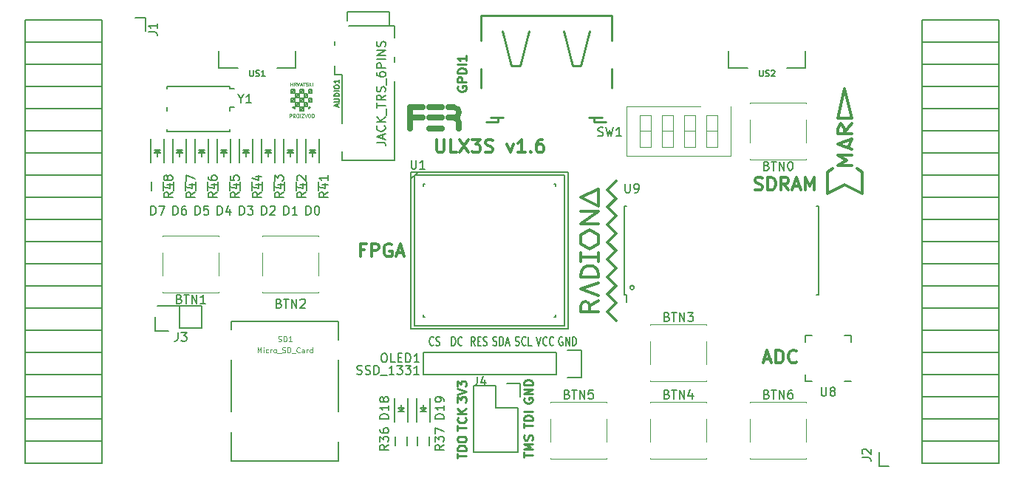
<source format=gto>
G04 #@! TF.FileFunction,Legend,Top*
%FSLAX46Y46*%
G04 Gerber Fmt 4.6, Leading zero omitted, Abs format (unit mm)*
G04 Created by KiCad (PCBNEW 4.0.7+dfsg1-1) date Fri Nov 10 03:01:21 2017*
%MOMM*%
%LPD*%
G01*
G04 APERTURE LIST*
%ADD10C,0.100000*%
%ADD11C,0.300000*%
%ADD12C,0.250000*%
%ADD13C,0.150000*%
%ADD14C,0.254000*%
%ADD15C,0.120000*%
%ADD16C,0.700000*%
%ADD17C,0.200000*%
%ADD18C,0.152400*%
%ADD19C,0.124460*%
%ADD20C,0.075000*%
G04 APERTURE END LIST*
D10*
D11*
X132442858Y-75076571D02*
X132442858Y-76290857D01*
X132514286Y-76433714D01*
X132585715Y-76505143D01*
X132728572Y-76576571D01*
X133014286Y-76576571D01*
X133157144Y-76505143D01*
X133228572Y-76433714D01*
X133300001Y-76290857D01*
X133300001Y-75076571D01*
X134728573Y-76576571D02*
X134014287Y-76576571D01*
X134014287Y-75076571D01*
X135085716Y-75076571D02*
X136085716Y-76576571D01*
X136085716Y-75076571D02*
X135085716Y-76576571D01*
X136514287Y-75076571D02*
X137442858Y-75076571D01*
X136942858Y-75648000D01*
X137157144Y-75648000D01*
X137300001Y-75719429D01*
X137371430Y-75790857D01*
X137442858Y-75933714D01*
X137442858Y-76290857D01*
X137371430Y-76433714D01*
X137300001Y-76505143D01*
X137157144Y-76576571D01*
X136728572Y-76576571D01*
X136585715Y-76505143D01*
X136514287Y-76433714D01*
X138014286Y-76505143D02*
X138228572Y-76576571D01*
X138585715Y-76576571D01*
X138728572Y-76505143D01*
X138800001Y-76433714D01*
X138871429Y-76290857D01*
X138871429Y-76148000D01*
X138800001Y-76005143D01*
X138728572Y-75933714D01*
X138585715Y-75862286D01*
X138300001Y-75790857D01*
X138157143Y-75719429D01*
X138085715Y-75648000D01*
X138014286Y-75505143D01*
X138014286Y-75362286D01*
X138085715Y-75219429D01*
X138157143Y-75148000D01*
X138300001Y-75076571D01*
X138657143Y-75076571D01*
X138871429Y-75148000D01*
X140514286Y-75576571D02*
X140871429Y-76576571D01*
X141228571Y-75576571D01*
X142585714Y-76576571D02*
X141728571Y-76576571D01*
X142157143Y-76576571D02*
X142157143Y-75076571D01*
X142014286Y-75290857D01*
X141871428Y-75433714D01*
X141728571Y-75505143D01*
X143228571Y-76433714D02*
X143299999Y-76505143D01*
X143228571Y-76576571D01*
X143157142Y-76505143D01*
X143228571Y-76433714D01*
X143228571Y-76576571D01*
X144585714Y-75076571D02*
X144300000Y-75076571D01*
X144157143Y-75148000D01*
X144085714Y-75219429D01*
X143942857Y-75433714D01*
X143871428Y-75719429D01*
X143871428Y-76290857D01*
X143942857Y-76433714D01*
X144014285Y-76505143D01*
X144157143Y-76576571D01*
X144442857Y-76576571D01*
X144585714Y-76505143D01*
X144657143Y-76433714D01*
X144728571Y-76290857D01*
X144728571Y-75933714D01*
X144657143Y-75790857D01*
X144585714Y-75719429D01*
X144442857Y-75648000D01*
X144157143Y-75648000D01*
X144014285Y-75719429D01*
X143942857Y-75790857D01*
X143871428Y-75933714D01*
X124175429Y-87728857D02*
X123675429Y-87728857D01*
X123675429Y-88514571D02*
X123675429Y-87014571D01*
X124389715Y-87014571D01*
X124961143Y-88514571D02*
X124961143Y-87014571D01*
X125532571Y-87014571D01*
X125675429Y-87086000D01*
X125746857Y-87157429D01*
X125818286Y-87300286D01*
X125818286Y-87514571D01*
X125746857Y-87657429D01*
X125675429Y-87728857D01*
X125532571Y-87800286D01*
X124961143Y-87800286D01*
X127246857Y-87086000D02*
X127104000Y-87014571D01*
X126889714Y-87014571D01*
X126675429Y-87086000D01*
X126532571Y-87228857D01*
X126461143Y-87371714D01*
X126389714Y-87657429D01*
X126389714Y-87871714D01*
X126461143Y-88157429D01*
X126532571Y-88300286D01*
X126675429Y-88443143D01*
X126889714Y-88514571D01*
X127032571Y-88514571D01*
X127246857Y-88443143D01*
X127318286Y-88371714D01*
X127318286Y-87871714D01*
X127032571Y-87871714D01*
X127889714Y-88086000D02*
X128604000Y-88086000D01*
X127746857Y-88514571D02*
X128246857Y-87014571D01*
X128746857Y-88514571D01*
X168903429Y-80823143D02*
X169117715Y-80894571D01*
X169474858Y-80894571D01*
X169617715Y-80823143D01*
X169689144Y-80751714D01*
X169760572Y-80608857D01*
X169760572Y-80466000D01*
X169689144Y-80323143D01*
X169617715Y-80251714D01*
X169474858Y-80180286D01*
X169189144Y-80108857D01*
X169046286Y-80037429D01*
X168974858Y-79966000D01*
X168903429Y-79823143D01*
X168903429Y-79680286D01*
X168974858Y-79537429D01*
X169046286Y-79466000D01*
X169189144Y-79394571D01*
X169546286Y-79394571D01*
X169760572Y-79466000D01*
X170403429Y-80894571D02*
X170403429Y-79394571D01*
X170760572Y-79394571D01*
X170974857Y-79466000D01*
X171117715Y-79608857D01*
X171189143Y-79751714D01*
X171260572Y-80037429D01*
X171260572Y-80251714D01*
X171189143Y-80537429D01*
X171117715Y-80680286D01*
X170974857Y-80823143D01*
X170760572Y-80894571D01*
X170403429Y-80894571D01*
X172760572Y-80894571D02*
X172260572Y-80180286D01*
X171903429Y-80894571D02*
X171903429Y-79394571D01*
X172474857Y-79394571D01*
X172617715Y-79466000D01*
X172689143Y-79537429D01*
X172760572Y-79680286D01*
X172760572Y-79894571D01*
X172689143Y-80037429D01*
X172617715Y-80108857D01*
X172474857Y-80180286D01*
X171903429Y-80180286D01*
X173332000Y-80466000D02*
X174046286Y-80466000D01*
X173189143Y-80894571D02*
X173689143Y-79394571D01*
X174189143Y-80894571D01*
X174689143Y-80894571D02*
X174689143Y-79394571D01*
X175189143Y-80466000D01*
X175689143Y-79394571D01*
X175689143Y-80894571D01*
X169966857Y-100278000D02*
X170681143Y-100278000D01*
X169824000Y-100706571D02*
X170324000Y-99206571D01*
X170824000Y-100706571D01*
X171324000Y-100706571D02*
X171324000Y-99206571D01*
X171681143Y-99206571D01*
X171895428Y-99278000D01*
X172038286Y-99420857D01*
X172109714Y-99563714D01*
X172181143Y-99849429D01*
X172181143Y-100063714D01*
X172109714Y-100349429D01*
X172038286Y-100492286D01*
X171895428Y-100635143D01*
X171681143Y-100706571D01*
X171324000Y-100706571D01*
X173681143Y-100563714D02*
X173609714Y-100635143D01*
X173395428Y-100706571D01*
X173252571Y-100706571D01*
X173038286Y-100635143D01*
X172895428Y-100492286D01*
X172824000Y-100349429D01*
X172752571Y-100063714D01*
X172752571Y-99849429D01*
X172824000Y-99563714D01*
X172895428Y-99420857D01*
X173038286Y-99278000D01*
X173252571Y-99206571D01*
X173395428Y-99206571D01*
X173609714Y-99278000D01*
X173681143Y-99349429D01*
D12*
X142447381Y-111521333D02*
X142447381Y-110949904D01*
X143447381Y-111235619D02*
X142447381Y-111235619D01*
X143447381Y-110616571D02*
X142447381Y-110616571D01*
X143161667Y-110283237D01*
X142447381Y-109949904D01*
X143447381Y-109949904D01*
X143399762Y-109521333D02*
X143447381Y-109378476D01*
X143447381Y-109140380D01*
X143399762Y-109045142D01*
X143352143Y-108997523D01*
X143256905Y-108949904D01*
X143161667Y-108949904D01*
X143066429Y-108997523D01*
X143018810Y-109045142D01*
X142971190Y-109140380D01*
X142923571Y-109330857D01*
X142875952Y-109426095D01*
X142828333Y-109473714D01*
X142733095Y-109521333D01*
X142637857Y-109521333D01*
X142542619Y-109473714D01*
X142495000Y-109426095D01*
X142447381Y-109330857D01*
X142447381Y-109092761D01*
X142495000Y-108949904D01*
X142447381Y-108163809D02*
X142447381Y-107592380D01*
X143447381Y-107878095D02*
X142447381Y-107878095D01*
X143447381Y-107259047D02*
X142447381Y-107259047D01*
X142447381Y-107020952D01*
X142495000Y-106878094D01*
X142590238Y-106782856D01*
X142685476Y-106735237D01*
X142875952Y-106687618D01*
X143018810Y-106687618D01*
X143209286Y-106735237D01*
X143304524Y-106782856D01*
X143399762Y-106878094D01*
X143447381Y-107020952D01*
X143447381Y-107259047D01*
X143447381Y-106259047D02*
X142447381Y-106259047D01*
X142495000Y-104726904D02*
X142447381Y-104822142D01*
X142447381Y-104964999D01*
X142495000Y-105107857D01*
X142590238Y-105203095D01*
X142685476Y-105250714D01*
X142875952Y-105298333D01*
X143018810Y-105298333D01*
X143209286Y-105250714D01*
X143304524Y-105203095D01*
X143399762Y-105107857D01*
X143447381Y-104964999D01*
X143447381Y-104869761D01*
X143399762Y-104726904D01*
X143352143Y-104679285D01*
X143018810Y-104679285D01*
X143018810Y-104869761D01*
X143447381Y-104250714D02*
X142447381Y-104250714D01*
X143447381Y-103679285D01*
X142447381Y-103679285D01*
X143447381Y-103203095D02*
X142447381Y-103203095D01*
X142447381Y-102965000D01*
X142495000Y-102822142D01*
X142590238Y-102726904D01*
X142685476Y-102679285D01*
X142875952Y-102631666D01*
X143018810Y-102631666D01*
X143209286Y-102679285D01*
X143304524Y-102726904D01*
X143399762Y-102822142D01*
X143447381Y-102965000D01*
X143447381Y-103203095D01*
X134827381Y-111624524D02*
X134827381Y-111053095D01*
X135827381Y-111338810D02*
X134827381Y-111338810D01*
X135827381Y-110719762D02*
X134827381Y-110719762D01*
X134827381Y-110481667D01*
X134875000Y-110338809D01*
X134970238Y-110243571D01*
X135065476Y-110195952D01*
X135255952Y-110148333D01*
X135398810Y-110148333D01*
X135589286Y-110195952D01*
X135684524Y-110243571D01*
X135779762Y-110338809D01*
X135827381Y-110481667D01*
X135827381Y-110719762D01*
X134827381Y-109529286D02*
X134827381Y-109338809D01*
X134875000Y-109243571D01*
X134970238Y-109148333D01*
X135160714Y-109100714D01*
X135494048Y-109100714D01*
X135684524Y-109148333D01*
X135779762Y-109243571D01*
X135827381Y-109338809D01*
X135827381Y-109529286D01*
X135779762Y-109624524D01*
X135684524Y-109719762D01*
X135494048Y-109767381D01*
X135160714Y-109767381D01*
X134970238Y-109719762D01*
X134875000Y-109624524D01*
X134827381Y-109529286D01*
X134827381Y-108425714D02*
X134827381Y-107854285D01*
X135827381Y-108140000D02*
X134827381Y-108140000D01*
X135732143Y-106949523D02*
X135779762Y-106997142D01*
X135827381Y-107139999D01*
X135827381Y-107235237D01*
X135779762Y-107378095D01*
X135684524Y-107473333D01*
X135589286Y-107520952D01*
X135398810Y-107568571D01*
X135255952Y-107568571D01*
X135065476Y-107520952D01*
X134970238Y-107473333D01*
X134875000Y-107378095D01*
X134827381Y-107235237D01*
X134827381Y-107139999D01*
X134875000Y-106997142D01*
X134922619Y-106949523D01*
X135827381Y-106520952D02*
X134827381Y-106520952D01*
X135827381Y-105949523D02*
X135255952Y-106378095D01*
X134827381Y-105949523D02*
X135398810Y-106520952D01*
X134827381Y-105203095D02*
X134827381Y-104584047D01*
X135208333Y-104917381D01*
X135208333Y-104774523D01*
X135255952Y-104679285D01*
X135303571Y-104631666D01*
X135398810Y-104584047D01*
X135636905Y-104584047D01*
X135732143Y-104631666D01*
X135779762Y-104679285D01*
X135827381Y-104774523D01*
X135827381Y-105060238D01*
X135779762Y-105155476D01*
X135732143Y-105203095D01*
X134827381Y-104298333D02*
X135827381Y-103965000D01*
X134827381Y-103631666D01*
X134827381Y-103393571D02*
X134827381Y-102774523D01*
X135208333Y-103107857D01*
X135208333Y-102964999D01*
X135255952Y-102869761D01*
X135303571Y-102822142D01*
X135398810Y-102774523D01*
X135636905Y-102774523D01*
X135732143Y-102822142D01*
X135779762Y-102869761D01*
X135827381Y-102964999D01*
X135827381Y-103250714D01*
X135779762Y-103345952D01*
X135732143Y-103393571D01*
D13*
X117480000Y-75060000D02*
X117480000Y-77760000D01*
X118980000Y-75060000D02*
X118980000Y-77760000D01*
X118080000Y-76560000D02*
X118330000Y-76560000D01*
X118330000Y-76560000D02*
X118180000Y-76410000D01*
X118580000Y-76310000D02*
X117880000Y-76310000D01*
X118230000Y-76660000D02*
X118230000Y-77010000D01*
X118230000Y-76310000D02*
X118580000Y-76660000D01*
X118580000Y-76660000D02*
X117880000Y-76660000D01*
X117880000Y-76660000D02*
X118230000Y-76310000D01*
X114940000Y-75060000D02*
X114940000Y-77760000D01*
X116440000Y-75060000D02*
X116440000Y-77760000D01*
X115540000Y-76560000D02*
X115790000Y-76560000D01*
X115790000Y-76560000D02*
X115640000Y-76410000D01*
X116040000Y-76310000D02*
X115340000Y-76310000D01*
X115690000Y-76660000D02*
X115690000Y-77010000D01*
X115690000Y-76310000D02*
X116040000Y-76660000D01*
X116040000Y-76660000D02*
X115340000Y-76660000D01*
X115340000Y-76660000D02*
X115690000Y-76310000D01*
X112400000Y-75060000D02*
X112400000Y-77760000D01*
X113900000Y-75060000D02*
X113900000Y-77760000D01*
X113000000Y-76560000D02*
X113250000Y-76560000D01*
X113250000Y-76560000D02*
X113100000Y-76410000D01*
X113500000Y-76310000D02*
X112800000Y-76310000D01*
X113150000Y-76660000D02*
X113150000Y-77010000D01*
X113150000Y-76310000D02*
X113500000Y-76660000D01*
X113500000Y-76660000D02*
X112800000Y-76660000D01*
X112800000Y-76660000D02*
X113150000Y-76310000D01*
X109860000Y-75060000D02*
X109860000Y-77760000D01*
X111360000Y-75060000D02*
X111360000Y-77760000D01*
X110460000Y-76560000D02*
X110710000Y-76560000D01*
X110710000Y-76560000D02*
X110560000Y-76410000D01*
X110960000Y-76310000D02*
X110260000Y-76310000D01*
X110610000Y-76660000D02*
X110610000Y-77010000D01*
X110610000Y-76310000D02*
X110960000Y-76660000D01*
X110960000Y-76660000D02*
X110260000Y-76660000D01*
X110260000Y-76660000D02*
X110610000Y-76310000D01*
X107320000Y-75060000D02*
X107320000Y-77760000D01*
X108820000Y-75060000D02*
X108820000Y-77760000D01*
X107920000Y-76560000D02*
X108170000Y-76560000D01*
X108170000Y-76560000D02*
X108020000Y-76410000D01*
X108420000Y-76310000D02*
X107720000Y-76310000D01*
X108070000Y-76660000D02*
X108070000Y-77010000D01*
X108070000Y-76310000D02*
X108420000Y-76660000D01*
X108420000Y-76660000D02*
X107720000Y-76660000D01*
X107720000Y-76660000D02*
X108070000Y-76310000D01*
X104780000Y-75060000D02*
X104780000Y-77760000D01*
X106280000Y-75060000D02*
X106280000Y-77760000D01*
X105380000Y-76560000D02*
X105630000Y-76560000D01*
X105630000Y-76560000D02*
X105480000Y-76410000D01*
X105880000Y-76310000D02*
X105180000Y-76310000D01*
X105530000Y-76660000D02*
X105530000Y-77010000D01*
X105530000Y-76310000D02*
X105880000Y-76660000D01*
X105880000Y-76660000D02*
X105180000Y-76660000D01*
X105180000Y-76660000D02*
X105530000Y-76310000D01*
X102240000Y-75060000D02*
X102240000Y-77760000D01*
X103740000Y-75060000D02*
X103740000Y-77760000D01*
X102840000Y-76560000D02*
X103090000Y-76560000D01*
X103090000Y-76560000D02*
X102940000Y-76410000D01*
X103340000Y-76310000D02*
X102640000Y-76310000D01*
X102990000Y-76660000D02*
X102990000Y-77010000D01*
X102990000Y-76310000D02*
X103340000Y-76660000D01*
X103340000Y-76660000D02*
X102640000Y-76660000D01*
X102640000Y-76660000D02*
X102990000Y-76310000D01*
X99700000Y-75060000D02*
X99700000Y-77760000D01*
X101200000Y-75060000D02*
X101200000Y-77760000D01*
X100300000Y-76560000D02*
X100550000Y-76560000D01*
X100550000Y-76560000D02*
X100400000Y-76410000D01*
X100800000Y-76310000D02*
X100100000Y-76310000D01*
X100450000Y-76660000D02*
X100450000Y-77010000D01*
X100450000Y-76310000D02*
X100800000Y-76660000D01*
X100800000Y-76660000D02*
X100100000Y-76660000D01*
X100100000Y-76660000D02*
X100450000Y-76310000D01*
X176180000Y-92880000D02*
X175980000Y-92880000D01*
X176180000Y-82720000D02*
X175980000Y-82720000D01*
X155080000Y-92050000D02*
G75*
G03X155080000Y-92050000I-250000J0D01*
G01*
X154180000Y-92880000D02*
X154180000Y-93700000D01*
X153980000Y-92880000D02*
X154180000Y-92880000D01*
X153980000Y-82720000D02*
X154180000Y-82720000D01*
X176190000Y-82720000D02*
X176190000Y-92880000D01*
X153970000Y-92880000D02*
X153970000Y-82720000D01*
X85270000Y-112220000D02*
X94100000Y-112220000D01*
X85270000Y-109680000D02*
X85270000Y-112220000D01*
X94100000Y-109680000D02*
X94100000Y-112220000D01*
X94100000Y-112220000D02*
X85270000Y-112220000D01*
X94100000Y-109680000D02*
X85270000Y-109680000D01*
X94100000Y-107140000D02*
X94100000Y-109680000D01*
X85270000Y-107140000D02*
X85270000Y-109680000D01*
X85270000Y-109680000D02*
X94100000Y-109680000D01*
X85270000Y-91900000D02*
X94100000Y-91900000D01*
X85270000Y-89360000D02*
X85270000Y-91900000D01*
X94100000Y-89360000D02*
X94100000Y-91900000D01*
X94100000Y-91900000D02*
X85270000Y-91900000D01*
X94100000Y-94440000D02*
X85270000Y-94440000D01*
X94100000Y-91900000D02*
X94100000Y-94440000D01*
X85270000Y-91900000D02*
X85270000Y-94440000D01*
X85270000Y-94440000D02*
X94100000Y-94440000D01*
X85270000Y-107140000D02*
X94100000Y-107140000D01*
X85270000Y-104600000D02*
X85270000Y-107140000D01*
X94100000Y-104600000D02*
X94100000Y-107140000D01*
X94100000Y-107140000D02*
X85270000Y-107140000D01*
X94100000Y-104600000D02*
X85270000Y-104600000D01*
X94100000Y-102060000D02*
X94100000Y-104600000D01*
X85270000Y-102060000D02*
X85270000Y-104600000D01*
X85270000Y-104600000D02*
X94100000Y-104600000D01*
X85270000Y-102060000D02*
X94100000Y-102060000D01*
X85270000Y-99520000D02*
X85270000Y-102060000D01*
X94100000Y-99520000D02*
X94100000Y-102060000D01*
X94100000Y-102060000D02*
X85270000Y-102060000D01*
X94100000Y-99520000D02*
X85270000Y-99520000D01*
X94100000Y-96980000D02*
X94100000Y-99520000D01*
X85270000Y-96980000D02*
X85270000Y-99520000D01*
X85270000Y-99520000D02*
X94100000Y-99520000D01*
X85270000Y-96980000D02*
X94100000Y-96980000D01*
X85270000Y-94440000D02*
X85270000Y-96980000D01*
X94100000Y-94440000D02*
X94100000Y-96980000D01*
X94100000Y-96980000D02*
X85270000Y-96980000D01*
X94100000Y-79200000D02*
X85270000Y-79200000D01*
X94100000Y-76660000D02*
X94100000Y-79200000D01*
X85270000Y-76660000D02*
X85270000Y-79200000D01*
X85270000Y-79200000D02*
X94100000Y-79200000D01*
X85270000Y-81740000D02*
X94100000Y-81740000D01*
X85270000Y-79200000D02*
X85270000Y-81740000D01*
X94100000Y-79200000D02*
X94100000Y-81740000D01*
X94100000Y-81740000D02*
X85270000Y-81740000D01*
X94100000Y-84280000D02*
X85270000Y-84280000D01*
X94100000Y-81740000D02*
X94100000Y-84280000D01*
X85270000Y-81740000D02*
X85270000Y-84280000D01*
X85270000Y-84280000D02*
X94100000Y-84280000D01*
X85270000Y-86820000D02*
X94100000Y-86820000D01*
X85270000Y-84280000D02*
X85270000Y-86820000D01*
X94100000Y-84280000D02*
X94100000Y-86820000D01*
X94100000Y-86820000D02*
X85270000Y-86820000D01*
X94100000Y-89360000D02*
X85270000Y-89360000D01*
X94100000Y-86820000D02*
X94100000Y-89360000D01*
X85270000Y-86820000D02*
X85270000Y-89360000D01*
X85270000Y-89360000D02*
X94100000Y-89360000D01*
X85270000Y-76660000D02*
X94100000Y-76660000D01*
X85270000Y-74120000D02*
X85270000Y-76660000D01*
X94100000Y-74120000D02*
X94100000Y-76660000D01*
X94100000Y-76660000D02*
X85270000Y-76660000D01*
X94100000Y-74120000D02*
X85270000Y-74120000D01*
X94100000Y-71580000D02*
X94100000Y-74120000D01*
X85270000Y-71580000D02*
X85270000Y-74120000D01*
X85270000Y-74120000D02*
X94100000Y-74120000D01*
X85270000Y-71580000D02*
X94100000Y-71580000D01*
X85270000Y-69040000D02*
X85270000Y-71580000D01*
X94100000Y-69040000D02*
X94100000Y-71580000D01*
X94100000Y-71580000D02*
X85270000Y-71580000D01*
X94100000Y-69040000D02*
X85270000Y-69040000D01*
X94100000Y-66500000D02*
X94100000Y-69040000D01*
X85270000Y-66500000D02*
X85270000Y-69040000D01*
X85270000Y-69040000D02*
X94100000Y-69040000D01*
X85270000Y-66500000D02*
X94100000Y-66500000D01*
X85270000Y-63960000D02*
X85270000Y-66500000D01*
X94100000Y-63960000D02*
X94100000Y-66500000D01*
X94100000Y-66500000D02*
X85270000Y-66500000D01*
X94100000Y-63960000D02*
X85270000Y-63960000D01*
X94100000Y-61420000D02*
X94100000Y-63960000D01*
X99060000Y-62690000D02*
X99060000Y-61140000D01*
X99060000Y-61140000D02*
X97910000Y-61140000D01*
X94100000Y-61420000D02*
X85270000Y-61420000D01*
X85270000Y-61420000D02*
X85270000Y-63960000D01*
X85270000Y-63960000D02*
X94100000Y-63960000D01*
X196910000Y-61420000D02*
X188080000Y-61420000D01*
X196910000Y-63960000D02*
X196910000Y-61420000D01*
X188080000Y-63960000D02*
X188080000Y-61420000D01*
X188080000Y-61420000D02*
X196910000Y-61420000D01*
X188080000Y-63960000D02*
X196910000Y-63960000D01*
X188080000Y-66500000D02*
X188080000Y-63960000D01*
X196910000Y-66500000D02*
X196910000Y-63960000D01*
X196910000Y-63960000D02*
X188080000Y-63960000D01*
X196910000Y-81740000D02*
X188080000Y-81740000D01*
X196910000Y-84280000D02*
X196910000Y-81740000D01*
X188080000Y-84280000D02*
X188080000Y-81740000D01*
X188080000Y-81740000D02*
X196910000Y-81740000D01*
X188080000Y-79200000D02*
X196910000Y-79200000D01*
X188080000Y-81740000D02*
X188080000Y-79200000D01*
X196910000Y-81740000D02*
X196910000Y-79200000D01*
X196910000Y-79200000D02*
X188080000Y-79200000D01*
X196910000Y-66500000D02*
X188080000Y-66500000D01*
X196910000Y-69040000D02*
X196910000Y-66500000D01*
X188080000Y-69040000D02*
X188080000Y-66500000D01*
X188080000Y-66500000D02*
X196910000Y-66500000D01*
X188080000Y-69040000D02*
X196910000Y-69040000D01*
X188080000Y-71580000D02*
X188080000Y-69040000D01*
X196910000Y-71580000D02*
X196910000Y-69040000D01*
X196910000Y-69040000D02*
X188080000Y-69040000D01*
X196910000Y-71580000D02*
X188080000Y-71580000D01*
X196910000Y-74120000D02*
X196910000Y-71580000D01*
X188080000Y-74120000D02*
X188080000Y-71580000D01*
X188080000Y-71580000D02*
X196910000Y-71580000D01*
X188080000Y-74120000D02*
X196910000Y-74120000D01*
X188080000Y-76660000D02*
X188080000Y-74120000D01*
X196910000Y-76660000D02*
X196910000Y-74120000D01*
X196910000Y-74120000D02*
X188080000Y-74120000D01*
X196910000Y-76660000D02*
X188080000Y-76660000D01*
X196910000Y-79200000D02*
X196910000Y-76660000D01*
X188080000Y-79200000D02*
X188080000Y-76660000D01*
X188080000Y-76660000D02*
X196910000Y-76660000D01*
X188080000Y-94440000D02*
X196910000Y-94440000D01*
X188080000Y-96980000D02*
X188080000Y-94440000D01*
X196910000Y-96980000D02*
X196910000Y-94440000D01*
X196910000Y-94440000D02*
X188080000Y-94440000D01*
X196910000Y-91900000D02*
X188080000Y-91900000D01*
X196910000Y-94440000D02*
X196910000Y-91900000D01*
X188080000Y-94440000D02*
X188080000Y-91900000D01*
X188080000Y-91900000D02*
X196910000Y-91900000D01*
X188080000Y-89360000D02*
X196910000Y-89360000D01*
X188080000Y-91900000D02*
X188080000Y-89360000D01*
X196910000Y-91900000D02*
X196910000Y-89360000D01*
X196910000Y-89360000D02*
X188080000Y-89360000D01*
X196910000Y-86820000D02*
X188080000Y-86820000D01*
X196910000Y-89360000D02*
X196910000Y-86820000D01*
X188080000Y-89360000D02*
X188080000Y-86820000D01*
X188080000Y-86820000D02*
X196910000Y-86820000D01*
X188080000Y-84280000D02*
X196910000Y-84280000D01*
X188080000Y-86820000D02*
X188080000Y-84280000D01*
X196910000Y-86820000D02*
X196910000Y-84280000D01*
X196910000Y-84280000D02*
X188080000Y-84280000D01*
X196910000Y-96980000D02*
X188080000Y-96980000D01*
X196910000Y-99520000D02*
X196910000Y-96980000D01*
X188080000Y-99520000D02*
X188080000Y-96980000D01*
X188080000Y-96980000D02*
X196910000Y-96980000D01*
X188080000Y-99520000D02*
X196910000Y-99520000D01*
X188080000Y-102060000D02*
X188080000Y-99520000D01*
X196910000Y-102060000D02*
X196910000Y-99520000D01*
X196910000Y-99520000D02*
X188080000Y-99520000D01*
X196910000Y-102060000D02*
X188080000Y-102060000D01*
X196910000Y-104600000D02*
X196910000Y-102060000D01*
X188080000Y-104600000D02*
X188080000Y-102060000D01*
X188080000Y-102060000D02*
X196910000Y-102060000D01*
X188080000Y-104600000D02*
X196910000Y-104600000D01*
X188080000Y-107140000D02*
X188080000Y-104600000D01*
X196910000Y-107140000D02*
X196910000Y-104600000D01*
X196910000Y-104600000D02*
X188080000Y-104600000D01*
X196910000Y-107140000D02*
X188080000Y-107140000D01*
X196910000Y-109680000D02*
X196910000Y-107140000D01*
X188080000Y-109680000D02*
X188080000Y-107140000D01*
X188080000Y-107140000D02*
X196910000Y-107140000D01*
X188080000Y-109680000D02*
X196910000Y-109680000D01*
X188080000Y-112220000D02*
X188080000Y-109680000D01*
X183120000Y-110950000D02*
X183120000Y-112500000D01*
X183120000Y-112500000D02*
X184270000Y-112500000D01*
X188080000Y-112220000D02*
X196910000Y-112220000D01*
X196910000Y-112220000D02*
X196910000Y-109680000D01*
X196910000Y-109680000D02*
X188080000Y-109680000D01*
X108724000Y-69280000D02*
X109274000Y-69280000D01*
X101524000Y-68980000D02*
X101524000Y-69280000D01*
X101524000Y-74180000D02*
X101524000Y-73880000D01*
X108724000Y-74180000D02*
X108724000Y-73880000D01*
X108724000Y-68980000D02*
X108724000Y-69280000D01*
X108724000Y-68980000D02*
X101524000Y-68980000D01*
X108724000Y-71380000D02*
X109274000Y-71380000D01*
X108724000Y-74180000D02*
X101524000Y-74180000D01*
X101524000Y-71380000D02*
X101524000Y-71780000D01*
X108724000Y-71380000D02*
X108724000Y-71780000D01*
X100170000Y-95456000D02*
X100170000Y-97006000D01*
X102990000Y-94186000D02*
X100450000Y-94186000D01*
X100170000Y-97006000D02*
X101720000Y-97006000D01*
X105530000Y-94186000D02*
X102990000Y-94186000D01*
X102990000Y-94186000D02*
X102990000Y-96726000D01*
X102990000Y-96726000D02*
X105530000Y-96726000D01*
X105530000Y-96726000D02*
X105530000Y-94186000D01*
X129140000Y-107470000D02*
X129140000Y-104770000D01*
X127640000Y-107470000D02*
X127640000Y-104770000D01*
X128540000Y-105970000D02*
X128290000Y-105970000D01*
X128290000Y-105970000D02*
X128440000Y-106120000D01*
X128040000Y-106220000D02*
X128740000Y-106220000D01*
X128390000Y-105870000D02*
X128390000Y-105520000D01*
X128390000Y-106220000D02*
X128040000Y-105870000D01*
X128040000Y-105870000D02*
X128740000Y-105870000D01*
X128740000Y-105870000D02*
X128390000Y-106220000D01*
X131680000Y-107470000D02*
X131680000Y-104770000D01*
X130180000Y-107470000D02*
X130180000Y-104770000D01*
X131080000Y-105970000D02*
X130830000Y-105970000D01*
X130830000Y-105970000D02*
X130980000Y-106120000D01*
X130580000Y-106220000D02*
X131280000Y-106220000D01*
X130930000Y-105870000D02*
X130930000Y-105520000D01*
X130930000Y-106220000D02*
X130580000Y-105870000D01*
X130580000Y-105870000D02*
X131280000Y-105870000D01*
X131280000Y-105870000D02*
X130930000Y-106220000D01*
X127715000Y-110180000D02*
X127715000Y-109180000D01*
X129065000Y-109180000D02*
X129065000Y-110180000D01*
X131605000Y-109180000D02*
X131605000Y-110180000D01*
X130255000Y-110180000D02*
X130255000Y-109180000D01*
X116280000Y-64925000D02*
X116280000Y-66925000D01*
X116280000Y-66925000D02*
X114130000Y-66925000D01*
X109630000Y-66925000D02*
X107480000Y-66925000D01*
X107480000Y-66925000D02*
X107480000Y-64975000D01*
X174700000Y-64925000D02*
X174700000Y-66925000D01*
X174700000Y-66925000D02*
X172550000Y-66925000D01*
X168050000Y-66925000D02*
X165900000Y-66925000D01*
X165900000Y-66925000D02*
X165900000Y-64975000D01*
X141725000Y-110950000D02*
X141725000Y-105870000D01*
X142005000Y-103050000D02*
X142005000Y-104600000D01*
X139185000Y-103330000D02*
X139185000Y-105870000D01*
X139185000Y-105870000D02*
X141725000Y-105870000D01*
X141725000Y-110950000D02*
X136645000Y-110950000D01*
X136645000Y-110950000D02*
X136645000Y-105870000D01*
X142005000Y-103050000D02*
X140455000Y-103050000D01*
X136645000Y-103330000D02*
X139185000Y-103330000D01*
X136645000Y-105870000D02*
X136645000Y-103330000D01*
X118905000Y-79970000D02*
X118905000Y-80970000D01*
X117555000Y-80970000D02*
X117555000Y-79970000D01*
X116365000Y-79970000D02*
X116365000Y-80970000D01*
X115015000Y-80970000D02*
X115015000Y-79970000D01*
X113825000Y-79970000D02*
X113825000Y-80970000D01*
X112475000Y-80970000D02*
X112475000Y-79970000D01*
X111285000Y-79970000D02*
X111285000Y-80970000D01*
X109935000Y-80970000D02*
X109935000Y-79970000D01*
X108745000Y-79970000D02*
X108745000Y-80970000D01*
X107395000Y-80970000D02*
X107395000Y-79970000D01*
X106205000Y-79970000D02*
X106205000Y-80970000D01*
X104855000Y-80970000D02*
X104855000Y-79970000D01*
X103665000Y-79970000D02*
X103665000Y-80970000D01*
X102315000Y-80970000D02*
X102315000Y-79970000D01*
X101125000Y-79970000D02*
X101125000Y-80970000D01*
X99775000Y-80970000D02*
X99775000Y-79970000D01*
X174660000Y-102780000D02*
X174660000Y-102030000D01*
X179910000Y-97530000D02*
X179910000Y-98280000D01*
X174660000Y-97530000D02*
X174660000Y-98280000D01*
X179910000Y-102780000D02*
X179160000Y-102780000D01*
X179910000Y-97530000D02*
X179160000Y-97530000D01*
X174660000Y-97530000D02*
X175410000Y-97530000D01*
X174660000Y-102780000D02*
X175410000Y-102780000D01*
X146170000Y-99520000D02*
X130930000Y-99520000D01*
X130930000Y-99520000D02*
X130930000Y-102060000D01*
X130930000Y-102060000D02*
X146170000Y-102060000D01*
X148990000Y-99240000D02*
X147440000Y-99240000D01*
X146170000Y-99520000D02*
X146170000Y-102060000D01*
X147440000Y-102340000D02*
X148990000Y-102340000D01*
X148990000Y-102340000D02*
X148990000Y-99240000D01*
X122180000Y-60440000D02*
X122180000Y-61440000D01*
X126980000Y-60440000D02*
X122180000Y-60440000D01*
X126980000Y-62040000D02*
X126980000Y-60440000D01*
X127580000Y-62040000D02*
X122380000Y-62040000D01*
X120780000Y-64240000D02*
X120780000Y-63840000D01*
X120780000Y-67640000D02*
X120780000Y-66640000D01*
X121580000Y-67640000D02*
X120780000Y-67640000D01*
X121580000Y-73240000D02*
X121580000Y-67640000D01*
X121580000Y-77440000D02*
X121580000Y-76440000D01*
X127580000Y-77440000D02*
X121580000Y-77440000D01*
X127580000Y-68440000D02*
X127580000Y-77440000D01*
X127580000Y-65640000D02*
X127580000Y-66240000D01*
X127580000Y-62040000D02*
X127580000Y-63440000D01*
D14*
X151378260Y-72548160D02*
X150479100Y-72548160D01*
X150479100Y-72548160D02*
X149879660Y-72548160D01*
X140080340Y-72548160D02*
X139480900Y-72548160D01*
X139480900Y-72548160D02*
X138581740Y-72548160D01*
X137481920Y-69149640D02*
X137481920Y-66998260D01*
X137481920Y-63800400D02*
X137481920Y-60892100D01*
X137481920Y-60892100D02*
X152478080Y-60892100D01*
X152478080Y-60892100D02*
X152478080Y-63800400D01*
X152478080Y-66998260D02*
X152478080Y-69149640D01*
X138106760Y-73048540D02*
X139480900Y-73048540D01*
X139480900Y-73048540D02*
X139480900Y-72548160D01*
X150479100Y-72548160D02*
X150479100Y-73048540D01*
X150479100Y-73048540D02*
X151865940Y-73048540D01*
X142981020Y-62632000D02*
X141980260Y-66632500D01*
X141980260Y-66632500D02*
X140982040Y-66632500D01*
X140982040Y-66632500D02*
X139981280Y-62632000D01*
X146978980Y-62632000D02*
X147979740Y-66632500D01*
X147979740Y-66632500D02*
X148977960Y-66632500D01*
X148977960Y-66632500D02*
X149978720Y-62632000D01*
D15*
X168340000Y-77350000D02*
X168340000Y-77320000D01*
X168340000Y-70890000D02*
X168340000Y-70920000D01*
X174800000Y-70890000D02*
X174800000Y-70920000D01*
X174800000Y-77320000D02*
X174800000Y-77350000D01*
X168340000Y-75420000D02*
X168340000Y-72820000D01*
X174800000Y-77350000D02*
X168340000Y-77350000D01*
X174800000Y-75420000D02*
X174800000Y-72820000D01*
X174800000Y-70890000D02*
X168340000Y-70890000D01*
X107490000Y-86130000D02*
X107490000Y-86160000D01*
X107490000Y-92590000D02*
X107490000Y-92560000D01*
X101030000Y-92590000D02*
X101030000Y-92560000D01*
X101030000Y-86160000D02*
X101030000Y-86130000D01*
X107490000Y-88060000D02*
X107490000Y-90660000D01*
X101030000Y-86130000D02*
X107490000Y-86130000D01*
X101030000Y-88060000D02*
X101030000Y-90660000D01*
X101030000Y-92590000D02*
X107490000Y-92590000D01*
X118920000Y-86130000D02*
X118920000Y-86160000D01*
X118920000Y-92590000D02*
X118920000Y-92560000D01*
X112460000Y-92590000D02*
X112460000Y-92560000D01*
X112460000Y-86160000D02*
X112460000Y-86130000D01*
X118920000Y-88060000D02*
X118920000Y-90660000D01*
X112460000Y-86130000D02*
X118920000Y-86130000D01*
X112460000Y-88060000D02*
X112460000Y-90660000D01*
X112460000Y-92590000D02*
X118920000Y-92590000D01*
X163370000Y-96290000D02*
X163370000Y-96320000D01*
X163370000Y-102750000D02*
X163370000Y-102720000D01*
X156910000Y-102750000D02*
X156910000Y-102720000D01*
X156910000Y-96320000D02*
X156910000Y-96290000D01*
X163370000Y-98220000D02*
X163370000Y-100820000D01*
X156910000Y-96290000D02*
X163370000Y-96290000D01*
X156910000Y-98220000D02*
X156910000Y-100820000D01*
X156910000Y-102750000D02*
X163370000Y-102750000D01*
X156910000Y-111640000D02*
X156910000Y-111610000D01*
X156910000Y-105180000D02*
X156910000Y-105210000D01*
X163370000Y-105180000D02*
X163370000Y-105210000D01*
X163370000Y-111610000D02*
X163370000Y-111640000D01*
X156910000Y-109710000D02*
X156910000Y-107110000D01*
X163370000Y-111640000D02*
X156910000Y-111640000D01*
X163370000Y-109710000D02*
X163370000Y-107110000D01*
X163370000Y-105180000D02*
X156910000Y-105180000D01*
X145480000Y-111640000D02*
X145480000Y-111610000D01*
X145480000Y-105180000D02*
X145480000Y-105210000D01*
X151940000Y-105180000D02*
X151940000Y-105210000D01*
X151940000Y-111610000D02*
X151940000Y-111640000D01*
X145480000Y-109710000D02*
X145480000Y-107110000D01*
X151940000Y-111640000D02*
X145480000Y-111640000D01*
X151940000Y-109710000D02*
X151940000Y-107110000D01*
X151940000Y-105180000D02*
X145480000Y-105180000D01*
X168340000Y-111640000D02*
X168340000Y-111610000D01*
X168340000Y-105180000D02*
X168340000Y-105210000D01*
X174800000Y-105180000D02*
X174800000Y-105210000D01*
X174800000Y-111610000D02*
X174800000Y-111640000D01*
X168340000Y-109710000D02*
X168340000Y-107110000D01*
X174800000Y-111640000D02*
X168340000Y-111640000D01*
X174800000Y-109710000D02*
X174800000Y-107110000D01*
X174800000Y-105180000D02*
X168340000Y-105180000D01*
X166120000Y-71275000D02*
X166120000Y-76965000D01*
X166120000Y-76965000D02*
X154160000Y-76965000D01*
X154160000Y-76965000D02*
X154160000Y-71275000D01*
X154160000Y-71275000D02*
X162680000Y-71275000D01*
X164585000Y-72310000D02*
X163315000Y-72310000D01*
X163315000Y-72310000D02*
X163315000Y-75930000D01*
X163315000Y-75930000D02*
X164585000Y-75930000D01*
X164585000Y-75930000D02*
X164585000Y-72310000D01*
X164585000Y-74120000D02*
X163315000Y-74120000D01*
X162045000Y-72310000D02*
X160775000Y-72310000D01*
X160775000Y-72310000D02*
X160775000Y-75930000D01*
X160775000Y-75930000D02*
X162045000Y-75930000D01*
X162045000Y-75930000D02*
X162045000Y-72310000D01*
X162045000Y-74120000D02*
X160775000Y-74120000D01*
X159505000Y-72310000D02*
X158235000Y-72310000D01*
X158235000Y-72310000D02*
X158235000Y-75930000D01*
X158235000Y-75930000D02*
X159505000Y-75930000D01*
X159505000Y-75930000D02*
X159505000Y-72310000D01*
X159505000Y-74120000D02*
X158235000Y-74120000D01*
X156965000Y-72310000D02*
X155695000Y-72310000D01*
X155695000Y-72310000D02*
X155695000Y-75930000D01*
X155695000Y-75930000D02*
X156965000Y-75930000D01*
X156965000Y-75930000D02*
X156965000Y-72310000D01*
X156965000Y-74120000D02*
X155695000Y-74120000D01*
D13*
X130880000Y-80200000D02*
X131080000Y-80200000D01*
X130880000Y-80400000D02*
X130880000Y-80200000D01*
X146080000Y-80200000D02*
X146080000Y-80400000D01*
X145880000Y-80200000D02*
X146080000Y-80200000D01*
X146080000Y-95400000D02*
X146080000Y-95200000D01*
X145880000Y-95400000D02*
X146080000Y-95400000D01*
X130880000Y-95400000D02*
X131080000Y-95400000D01*
X130880000Y-95200000D02*
X130880000Y-95400000D01*
X130280000Y-78800000D02*
X129480000Y-79600000D01*
X129480000Y-96800000D02*
X129480000Y-78800000D01*
X147480000Y-96800000D02*
X129480000Y-96800000D01*
X147480000Y-78800000D02*
X147480000Y-96800000D01*
X129480000Y-78800000D02*
X147480000Y-78800000D01*
X129880000Y-96400000D02*
X129880000Y-79200000D01*
X147080000Y-96400000D02*
X129880000Y-96400000D01*
X147080000Y-79200000D02*
X147080000Y-96400000D01*
X129880000Y-79200000D02*
X147080000Y-79200000D01*
X121205000Y-111915000D02*
X121205000Y-109765000D01*
X108905000Y-111915000D02*
X121205000Y-111915000D01*
X108905000Y-108665000D02*
X108905000Y-111915000D01*
X108905000Y-100365000D02*
X108905000Y-106265000D01*
X121205000Y-106265000D02*
X121205000Y-100365000D01*
X108905000Y-95965000D02*
X108905000Y-96865000D01*
X121205000Y-95965000D02*
X108905000Y-95965000D01*
X121205000Y-98015000D02*
X121205000Y-95965000D01*
D11*
X149980000Y-94836000D02*
X149980000Y-94136000D01*
X148980000Y-94836000D02*
X148980000Y-94136000D01*
X151980000Y-80836000D02*
X152980000Y-79836000D01*
X152980000Y-81836000D02*
X151980000Y-80836000D01*
X151980000Y-82836000D02*
X152980000Y-81836000D01*
X152980000Y-83836000D02*
X151980000Y-82836000D01*
X151980000Y-84836000D02*
X152980000Y-83836000D01*
X152980000Y-85836000D02*
X151980000Y-84836000D01*
X151980000Y-86836000D02*
X152980000Y-85836000D01*
X152980000Y-87836000D02*
X151980000Y-86836000D01*
X151980000Y-88836000D02*
X152980000Y-87836000D01*
X152980000Y-89836000D02*
X151980000Y-88836000D01*
X151980000Y-90836000D02*
X152980000Y-89836000D01*
X152980000Y-91836000D02*
X151980000Y-90836000D01*
X151980000Y-92836000D02*
X152980000Y-91836000D01*
X152980000Y-93836000D02*
X151980000Y-92836000D01*
X151980000Y-94836000D02*
X152980000Y-93836000D01*
X152980000Y-95836000D02*
X151980000Y-94836000D01*
X150980000Y-90836000D02*
X150980000Y-90536000D01*
X148980000Y-90836000D02*
X148980000Y-90536000D01*
X148980000Y-89036000D02*
X148980000Y-88036000D01*
X150980000Y-89036000D02*
X150980000Y-88036000D01*
X150980000Y-83336000D02*
X148980000Y-83336000D01*
X148980000Y-84736000D02*
X150980000Y-83336000D01*
X149980000Y-94136000D02*
X150980000Y-93536000D01*
X149980000Y-85436000D02*
X150980000Y-86036000D01*
X148980000Y-86036000D02*
X149980000Y-85436000D01*
X149980000Y-87636000D02*
X148980000Y-87036000D01*
X150980000Y-87036000D02*
X149980000Y-87636000D01*
X148980000Y-86036000D02*
X148980000Y-87036000D01*
X150980000Y-87036000D02*
X150980000Y-86036000D01*
X150980000Y-80736000D02*
X150980000Y-82736000D01*
X148980000Y-81736000D02*
X150980000Y-80736000D01*
X150980000Y-82736000D02*
X148980000Y-81736000D01*
X150980000Y-84736000D02*
X148980000Y-84736000D01*
X148980000Y-88536000D02*
X150980000Y-88536000D01*
X150980000Y-90536000D02*
G75*
G03X148980000Y-90536000I-1000000J0D01*
G01*
X150980000Y-90836000D02*
X148980000Y-90836000D01*
X148980000Y-92236000D02*
X150980000Y-91536000D01*
X150980000Y-92936000D02*
X148980000Y-92236000D01*
X149980000Y-94136000D02*
G75*
G03X148980000Y-94136000I-500000J0D01*
G01*
X150980000Y-94836000D02*
X148980000Y-94836000D01*
X178390000Y-76844000D02*
X179990000Y-76844000D01*
X179390000Y-77444000D02*
X178390000Y-76844000D01*
X178390000Y-78044000D02*
X179390000Y-77444000D01*
X179990000Y-78044000D02*
X178390000Y-78044000D01*
X181190000Y-78844000D02*
X180590000Y-78444000D01*
X177190000Y-78844000D02*
X177790000Y-78444000D01*
X177190000Y-81244000D02*
X177190000Y-78844000D01*
X179190000Y-69244000D02*
X178390000Y-72644000D01*
X179990000Y-72644000D02*
X179190000Y-69244000D01*
X178390000Y-72644000D02*
X179990000Y-72644000D01*
X179190000Y-74244000D02*
X179990000Y-73244000D01*
X179190000Y-73844000D02*
X179190000Y-74444000D01*
X178790000Y-73244000D02*
X179190000Y-73844000D01*
X178390000Y-73844000D02*
X178790000Y-73244000D01*
X178390000Y-74444000D02*
X178390000Y-73844000D01*
X178390000Y-74444000D02*
X179990000Y-74444000D01*
X179990000Y-75044000D02*
X179590000Y-76044000D01*
X178390000Y-75644000D02*
X179990000Y-75044000D01*
X179990000Y-76244000D02*
X178390000Y-75644000D01*
X181190000Y-81244000D02*
X181190000Y-78844000D01*
X179190000Y-80244000D02*
X181190000Y-81244000D01*
X177190000Y-81244000D02*
X179190000Y-80244000D01*
D16*
X135000000Y-73196000D02*
X135000000Y-73796000D01*
X135000000Y-73196000D02*
G75*
G03X134400000Y-72596000I-600000J0D01*
G01*
X134400000Y-72596000D02*
G75*
G03X134400000Y-71396000I0J600000D01*
G01*
X133800000Y-72596000D02*
X134400000Y-72596000D01*
X133800000Y-71396000D02*
X134400000Y-71396000D01*
X129400000Y-71396000D02*
X129400000Y-73796000D01*
X131600000Y-73796000D02*
X133000000Y-73796000D01*
X131600000Y-72596000D02*
X133000000Y-72596000D01*
X131600000Y-71396000D02*
X133000000Y-71396000D01*
X129400000Y-71396000D02*
X130800000Y-71396000D01*
X129400000Y-72596000D02*
X130800000Y-72596000D01*
D17*
X115760000Y-70764000D02*
X116160000Y-70364000D01*
X115760000Y-69764000D02*
X116160000Y-69364000D01*
X116260000Y-70264000D02*
X116660000Y-69864000D01*
X116760000Y-69764000D02*
X117160000Y-69364000D01*
X117760000Y-69764000D02*
X118160000Y-69364000D01*
X117260000Y-70264000D02*
X117660000Y-69864000D01*
X116760000Y-70764000D02*
X117160000Y-70364000D01*
X116260000Y-71264000D02*
X116660000Y-70864000D01*
X117760000Y-70764000D02*
X118160000Y-70364000D01*
X117260000Y-71264000D02*
X117660000Y-70864000D01*
X116760000Y-71764000D02*
X117160000Y-71364000D01*
X117960000Y-71364000D02*
X117760000Y-71364000D01*
X117760000Y-71564000D02*
X117960000Y-71364000D01*
X117760000Y-71364000D02*
X117760000Y-71564000D01*
X117160000Y-71364000D02*
X116760000Y-71364000D01*
X117160000Y-71764000D02*
X117160000Y-71364000D01*
X116760000Y-71764000D02*
X117160000Y-71764000D01*
X116760000Y-71364000D02*
X116760000Y-71764000D01*
X116160000Y-71564000D02*
X115960000Y-71364000D01*
X116160000Y-71364000D02*
X116160000Y-71564000D01*
X115960000Y-71364000D02*
X116160000Y-71364000D01*
X117260000Y-71264000D02*
X117260000Y-70864000D01*
X117660000Y-71264000D02*
X117260000Y-71264000D01*
X117660000Y-70864000D02*
X117660000Y-71264000D01*
X117260000Y-70864000D02*
X117660000Y-70864000D01*
X116260000Y-71264000D02*
X116260000Y-70864000D01*
X116660000Y-71264000D02*
X116260000Y-71264000D01*
X116660000Y-70864000D02*
X116660000Y-71264000D01*
X116260000Y-70864000D02*
X116660000Y-70864000D01*
X118160000Y-70364000D02*
X117760000Y-70364000D01*
X118160000Y-70764000D02*
X118160000Y-70364000D01*
X117760000Y-70764000D02*
X118160000Y-70764000D01*
X117760000Y-70364000D02*
X117760000Y-70764000D01*
X117160000Y-70364000D02*
X116760000Y-70364000D01*
X117160000Y-70764000D02*
X117160000Y-70364000D01*
X116760000Y-70764000D02*
X117160000Y-70764000D01*
X116760000Y-70364000D02*
X116760000Y-70764000D01*
X115760000Y-70764000D02*
X115760000Y-70364000D01*
X116160000Y-70764000D02*
X115760000Y-70764000D01*
X116160000Y-70364000D02*
X116160000Y-70764000D01*
X115760000Y-70364000D02*
X116160000Y-70364000D01*
X117660000Y-69864000D02*
X117260000Y-69864000D01*
X117660000Y-70264000D02*
X117660000Y-69864000D01*
X117260000Y-70264000D02*
X117660000Y-70264000D01*
X117260000Y-69864000D02*
X117260000Y-70264000D01*
X116660000Y-69864000D02*
X116260000Y-69864000D01*
X116660000Y-70264000D02*
X116660000Y-69864000D01*
X116260000Y-70264000D02*
X116660000Y-70264000D01*
X116260000Y-69864000D02*
X116260000Y-70264000D01*
X118160000Y-69364000D02*
X117760000Y-69364000D01*
X118160000Y-69764000D02*
X118160000Y-69364000D01*
X117760000Y-69764000D02*
X118160000Y-69764000D01*
X117760000Y-69364000D02*
X117760000Y-69764000D01*
X116760000Y-69764000D02*
X116760000Y-69364000D01*
X117160000Y-69764000D02*
X116760000Y-69764000D01*
X117160000Y-69364000D02*
X117160000Y-69764000D01*
X116760000Y-69364000D02*
X117160000Y-69364000D01*
X115760000Y-69764000D02*
X115760000Y-69364000D01*
X116160000Y-69764000D02*
X115760000Y-69764000D01*
X116160000Y-69364000D02*
X116160000Y-69764000D01*
X115760000Y-69364000D02*
X116160000Y-69364000D01*
D13*
X117491905Y-83716381D02*
X117491905Y-82716381D01*
X117730000Y-82716381D01*
X117872858Y-82764000D01*
X117968096Y-82859238D01*
X118015715Y-82954476D01*
X118063334Y-83144952D01*
X118063334Y-83287810D01*
X118015715Y-83478286D01*
X117968096Y-83573524D01*
X117872858Y-83668762D01*
X117730000Y-83716381D01*
X117491905Y-83716381D01*
X118682381Y-82716381D02*
X118777620Y-82716381D01*
X118872858Y-82764000D01*
X118920477Y-82811619D01*
X118968096Y-82906857D01*
X119015715Y-83097333D01*
X119015715Y-83335429D01*
X118968096Y-83525905D01*
X118920477Y-83621143D01*
X118872858Y-83668762D01*
X118777620Y-83716381D01*
X118682381Y-83716381D01*
X118587143Y-83668762D01*
X118539524Y-83621143D01*
X118491905Y-83525905D01*
X118444286Y-83335429D01*
X118444286Y-83097333D01*
X118491905Y-82906857D01*
X118539524Y-82811619D01*
X118587143Y-82764000D01*
X118682381Y-82716381D01*
X114951905Y-83716381D02*
X114951905Y-82716381D01*
X115190000Y-82716381D01*
X115332858Y-82764000D01*
X115428096Y-82859238D01*
X115475715Y-82954476D01*
X115523334Y-83144952D01*
X115523334Y-83287810D01*
X115475715Y-83478286D01*
X115428096Y-83573524D01*
X115332858Y-83668762D01*
X115190000Y-83716381D01*
X114951905Y-83716381D01*
X116475715Y-83716381D02*
X115904286Y-83716381D01*
X116190000Y-83716381D02*
X116190000Y-82716381D01*
X116094762Y-82859238D01*
X115999524Y-82954476D01*
X115904286Y-83002095D01*
X112411905Y-83716381D02*
X112411905Y-82716381D01*
X112650000Y-82716381D01*
X112792858Y-82764000D01*
X112888096Y-82859238D01*
X112935715Y-82954476D01*
X112983334Y-83144952D01*
X112983334Y-83287810D01*
X112935715Y-83478286D01*
X112888096Y-83573524D01*
X112792858Y-83668762D01*
X112650000Y-83716381D01*
X112411905Y-83716381D01*
X113364286Y-82811619D02*
X113411905Y-82764000D01*
X113507143Y-82716381D01*
X113745239Y-82716381D01*
X113840477Y-82764000D01*
X113888096Y-82811619D01*
X113935715Y-82906857D01*
X113935715Y-83002095D01*
X113888096Y-83144952D01*
X113316667Y-83716381D01*
X113935715Y-83716381D01*
X109871905Y-83716381D02*
X109871905Y-82716381D01*
X110110000Y-82716381D01*
X110252858Y-82764000D01*
X110348096Y-82859238D01*
X110395715Y-82954476D01*
X110443334Y-83144952D01*
X110443334Y-83287810D01*
X110395715Y-83478286D01*
X110348096Y-83573524D01*
X110252858Y-83668762D01*
X110110000Y-83716381D01*
X109871905Y-83716381D01*
X110776667Y-82716381D02*
X111395715Y-82716381D01*
X111062381Y-83097333D01*
X111205239Y-83097333D01*
X111300477Y-83144952D01*
X111348096Y-83192571D01*
X111395715Y-83287810D01*
X111395715Y-83525905D01*
X111348096Y-83621143D01*
X111300477Y-83668762D01*
X111205239Y-83716381D01*
X110919524Y-83716381D01*
X110824286Y-83668762D01*
X110776667Y-83621143D01*
X107331905Y-83716381D02*
X107331905Y-82716381D01*
X107570000Y-82716381D01*
X107712858Y-82764000D01*
X107808096Y-82859238D01*
X107855715Y-82954476D01*
X107903334Y-83144952D01*
X107903334Y-83287810D01*
X107855715Y-83478286D01*
X107808096Y-83573524D01*
X107712858Y-83668762D01*
X107570000Y-83716381D01*
X107331905Y-83716381D01*
X108760477Y-83049714D02*
X108760477Y-83716381D01*
X108522381Y-82668762D02*
X108284286Y-83383048D01*
X108903334Y-83383048D01*
X104791905Y-83716381D02*
X104791905Y-82716381D01*
X105030000Y-82716381D01*
X105172858Y-82764000D01*
X105268096Y-82859238D01*
X105315715Y-82954476D01*
X105363334Y-83144952D01*
X105363334Y-83287810D01*
X105315715Y-83478286D01*
X105268096Y-83573524D01*
X105172858Y-83668762D01*
X105030000Y-83716381D01*
X104791905Y-83716381D01*
X106268096Y-82716381D02*
X105791905Y-82716381D01*
X105744286Y-83192571D01*
X105791905Y-83144952D01*
X105887143Y-83097333D01*
X106125239Y-83097333D01*
X106220477Y-83144952D01*
X106268096Y-83192571D01*
X106315715Y-83287810D01*
X106315715Y-83525905D01*
X106268096Y-83621143D01*
X106220477Y-83668762D01*
X106125239Y-83716381D01*
X105887143Y-83716381D01*
X105791905Y-83668762D01*
X105744286Y-83621143D01*
X102251905Y-83716381D02*
X102251905Y-82716381D01*
X102490000Y-82716381D01*
X102632858Y-82764000D01*
X102728096Y-82859238D01*
X102775715Y-82954476D01*
X102823334Y-83144952D01*
X102823334Y-83287810D01*
X102775715Y-83478286D01*
X102728096Y-83573524D01*
X102632858Y-83668762D01*
X102490000Y-83716381D01*
X102251905Y-83716381D01*
X103680477Y-82716381D02*
X103490000Y-82716381D01*
X103394762Y-82764000D01*
X103347143Y-82811619D01*
X103251905Y-82954476D01*
X103204286Y-83144952D01*
X103204286Y-83525905D01*
X103251905Y-83621143D01*
X103299524Y-83668762D01*
X103394762Y-83716381D01*
X103585239Y-83716381D01*
X103680477Y-83668762D01*
X103728096Y-83621143D01*
X103775715Y-83525905D01*
X103775715Y-83287810D01*
X103728096Y-83192571D01*
X103680477Y-83144952D01*
X103585239Y-83097333D01*
X103394762Y-83097333D01*
X103299524Y-83144952D01*
X103251905Y-83192571D01*
X103204286Y-83287810D01*
X99711905Y-83716381D02*
X99711905Y-82716381D01*
X99950000Y-82716381D01*
X100092858Y-82764000D01*
X100188096Y-82859238D01*
X100235715Y-82954476D01*
X100283334Y-83144952D01*
X100283334Y-83287810D01*
X100235715Y-83478286D01*
X100188096Y-83573524D01*
X100092858Y-83668762D01*
X99950000Y-83716381D01*
X99711905Y-83716381D01*
X100616667Y-82716381D02*
X101283334Y-82716381D01*
X100854762Y-83716381D01*
X154044095Y-80176381D02*
X154044095Y-80985905D01*
X154091714Y-81081143D01*
X154139333Y-81128762D01*
X154234571Y-81176381D01*
X154425048Y-81176381D01*
X154520286Y-81128762D01*
X154567905Y-81081143D01*
X154615524Y-80985905D01*
X154615524Y-80176381D01*
X155139333Y-81176381D02*
X155329809Y-81176381D01*
X155425048Y-81128762D01*
X155472667Y-81081143D01*
X155567905Y-80938286D01*
X155615524Y-80747810D01*
X155615524Y-80366857D01*
X155567905Y-80271619D01*
X155520286Y-80224000D01*
X155425048Y-80176381D01*
X155234571Y-80176381D01*
X155139333Y-80224000D01*
X155091714Y-80271619D01*
X155044095Y-80366857D01*
X155044095Y-80604952D01*
X155091714Y-80700190D01*
X155139333Y-80747810D01*
X155234571Y-80795429D01*
X155425048Y-80795429D01*
X155520286Y-80747810D01*
X155567905Y-80700190D01*
X155615524Y-80604952D01*
X99394381Y-62769333D02*
X100108667Y-62769333D01*
X100251524Y-62816953D01*
X100346762Y-62912191D01*
X100394381Y-63055048D01*
X100394381Y-63150286D01*
X100394381Y-61769333D02*
X100394381Y-62340762D01*
X100394381Y-62055048D02*
X99394381Y-62055048D01*
X99537238Y-62150286D01*
X99632476Y-62245524D01*
X99680095Y-62340762D01*
X181182381Y-111537333D02*
X181896667Y-111537333D01*
X182039524Y-111584953D01*
X182134762Y-111680191D01*
X182182381Y-111823048D01*
X182182381Y-111918286D01*
X181277619Y-111108762D02*
X181230000Y-111061143D01*
X181182381Y-110965905D01*
X181182381Y-110727809D01*
X181230000Y-110632571D01*
X181277619Y-110584952D01*
X181372857Y-110537333D01*
X181468095Y-110537333D01*
X181610952Y-110584952D01*
X182182381Y-111156381D01*
X182182381Y-110537333D01*
X110006809Y-70413190D02*
X110006809Y-70889381D01*
X109673476Y-69889381D02*
X110006809Y-70413190D01*
X110340143Y-69889381D01*
X111197286Y-70889381D02*
X110625857Y-70889381D01*
X110911571Y-70889381D02*
X110911571Y-69889381D01*
X110816333Y-70032238D01*
X110721095Y-70127476D01*
X110625857Y-70175095D01*
X102783667Y-97194381D02*
X102783667Y-97908667D01*
X102736047Y-98051524D01*
X102640809Y-98146762D01*
X102497952Y-98194381D01*
X102402714Y-98194381D01*
X103164619Y-97194381D02*
X103783667Y-97194381D01*
X103450333Y-97575333D01*
X103593191Y-97575333D01*
X103688429Y-97622952D01*
X103736048Y-97670571D01*
X103783667Y-97765810D01*
X103783667Y-98003905D01*
X103736048Y-98099143D01*
X103688429Y-98146762D01*
X103593191Y-98194381D01*
X103307476Y-98194381D01*
X103212238Y-98146762D01*
X103164619Y-98099143D01*
X126937381Y-107084286D02*
X125937381Y-107084286D01*
X125937381Y-106846191D01*
X125985000Y-106703333D01*
X126080238Y-106608095D01*
X126175476Y-106560476D01*
X126365952Y-106512857D01*
X126508810Y-106512857D01*
X126699286Y-106560476D01*
X126794524Y-106608095D01*
X126889762Y-106703333D01*
X126937381Y-106846191D01*
X126937381Y-107084286D01*
X126937381Y-105560476D02*
X126937381Y-106131905D01*
X126937381Y-105846191D02*
X125937381Y-105846191D01*
X126080238Y-105941429D01*
X126175476Y-106036667D01*
X126223095Y-106131905D01*
X126365952Y-104989048D02*
X126318333Y-105084286D01*
X126270714Y-105131905D01*
X126175476Y-105179524D01*
X126127857Y-105179524D01*
X126032619Y-105131905D01*
X125985000Y-105084286D01*
X125937381Y-104989048D01*
X125937381Y-104798571D01*
X125985000Y-104703333D01*
X126032619Y-104655714D01*
X126127857Y-104608095D01*
X126175476Y-104608095D01*
X126270714Y-104655714D01*
X126318333Y-104703333D01*
X126365952Y-104798571D01*
X126365952Y-104989048D01*
X126413571Y-105084286D01*
X126461190Y-105131905D01*
X126556429Y-105179524D01*
X126746905Y-105179524D01*
X126842143Y-105131905D01*
X126889762Y-105084286D01*
X126937381Y-104989048D01*
X126937381Y-104798571D01*
X126889762Y-104703333D01*
X126842143Y-104655714D01*
X126746905Y-104608095D01*
X126556429Y-104608095D01*
X126461190Y-104655714D01*
X126413571Y-104703333D01*
X126365952Y-104798571D01*
X133287381Y-107084286D02*
X132287381Y-107084286D01*
X132287381Y-106846191D01*
X132335000Y-106703333D01*
X132430238Y-106608095D01*
X132525476Y-106560476D01*
X132715952Y-106512857D01*
X132858810Y-106512857D01*
X133049286Y-106560476D01*
X133144524Y-106608095D01*
X133239762Y-106703333D01*
X133287381Y-106846191D01*
X133287381Y-107084286D01*
X133287381Y-105560476D02*
X133287381Y-106131905D01*
X133287381Y-105846191D02*
X132287381Y-105846191D01*
X132430238Y-105941429D01*
X132525476Y-106036667D01*
X132573095Y-106131905D01*
X133287381Y-105084286D02*
X133287381Y-104893810D01*
X133239762Y-104798571D01*
X133192143Y-104750952D01*
X133049286Y-104655714D01*
X132858810Y-104608095D01*
X132477857Y-104608095D01*
X132382619Y-104655714D01*
X132335000Y-104703333D01*
X132287381Y-104798571D01*
X132287381Y-104989048D01*
X132335000Y-105084286D01*
X132382619Y-105131905D01*
X132477857Y-105179524D01*
X132715952Y-105179524D01*
X132811190Y-105131905D01*
X132858810Y-105084286D01*
X132906429Y-104989048D01*
X132906429Y-104798571D01*
X132858810Y-104703333D01*
X132811190Y-104655714D01*
X132715952Y-104608095D01*
X126937381Y-110068857D02*
X126461190Y-110402191D01*
X126937381Y-110640286D02*
X125937381Y-110640286D01*
X125937381Y-110259333D01*
X125985000Y-110164095D01*
X126032619Y-110116476D01*
X126127857Y-110068857D01*
X126270714Y-110068857D01*
X126365952Y-110116476D01*
X126413571Y-110164095D01*
X126461190Y-110259333D01*
X126461190Y-110640286D01*
X125937381Y-109735524D02*
X125937381Y-109116476D01*
X126318333Y-109449810D01*
X126318333Y-109306952D01*
X126365952Y-109211714D01*
X126413571Y-109164095D01*
X126508810Y-109116476D01*
X126746905Y-109116476D01*
X126842143Y-109164095D01*
X126889762Y-109211714D01*
X126937381Y-109306952D01*
X126937381Y-109592667D01*
X126889762Y-109687905D01*
X126842143Y-109735524D01*
X125937381Y-108259333D02*
X125937381Y-108449810D01*
X125985000Y-108545048D01*
X126032619Y-108592667D01*
X126175476Y-108687905D01*
X126365952Y-108735524D01*
X126746905Y-108735524D01*
X126842143Y-108687905D01*
X126889762Y-108640286D01*
X126937381Y-108545048D01*
X126937381Y-108354571D01*
X126889762Y-108259333D01*
X126842143Y-108211714D01*
X126746905Y-108164095D01*
X126508810Y-108164095D01*
X126413571Y-108211714D01*
X126365952Y-108259333D01*
X126318333Y-108354571D01*
X126318333Y-108545048D01*
X126365952Y-108640286D01*
X126413571Y-108687905D01*
X126508810Y-108735524D01*
X133287381Y-110068857D02*
X132811190Y-110402191D01*
X133287381Y-110640286D02*
X132287381Y-110640286D01*
X132287381Y-110259333D01*
X132335000Y-110164095D01*
X132382619Y-110116476D01*
X132477857Y-110068857D01*
X132620714Y-110068857D01*
X132715952Y-110116476D01*
X132763571Y-110164095D01*
X132811190Y-110259333D01*
X132811190Y-110640286D01*
X132287381Y-109735524D02*
X132287381Y-109116476D01*
X132668333Y-109449810D01*
X132668333Y-109306952D01*
X132715952Y-109211714D01*
X132763571Y-109164095D01*
X132858810Y-109116476D01*
X133096905Y-109116476D01*
X133192143Y-109164095D01*
X133239762Y-109211714D01*
X133287381Y-109306952D01*
X133287381Y-109592667D01*
X133239762Y-109687905D01*
X133192143Y-109735524D01*
X132287381Y-108783143D02*
X132287381Y-108116476D01*
X133287381Y-108545048D01*
X111013334Y-67141667D02*
X111013334Y-67708333D01*
X111046667Y-67775000D01*
X111080000Y-67808333D01*
X111146667Y-67841667D01*
X111280000Y-67841667D01*
X111346667Y-67808333D01*
X111380000Y-67775000D01*
X111413334Y-67708333D01*
X111413334Y-67141667D01*
X111713333Y-67808333D02*
X111813333Y-67841667D01*
X111980000Y-67841667D01*
X112046667Y-67808333D01*
X112080000Y-67775000D01*
X112113333Y-67708333D01*
X112113333Y-67641667D01*
X112080000Y-67575000D01*
X112046667Y-67541667D01*
X111980000Y-67508333D01*
X111846667Y-67475000D01*
X111780000Y-67441667D01*
X111746667Y-67408333D01*
X111713333Y-67341667D01*
X111713333Y-67275000D01*
X111746667Y-67208333D01*
X111780000Y-67175000D01*
X111846667Y-67141667D01*
X112013333Y-67141667D01*
X112113333Y-67175000D01*
X112780000Y-67841667D02*
X112380000Y-67841667D01*
X112580000Y-67841667D02*
X112580000Y-67141667D01*
X112513334Y-67241667D01*
X112446667Y-67308333D01*
X112380000Y-67341667D01*
X169433334Y-67141667D02*
X169433334Y-67708333D01*
X169466667Y-67775000D01*
X169500000Y-67808333D01*
X169566667Y-67841667D01*
X169700000Y-67841667D01*
X169766667Y-67808333D01*
X169800000Y-67775000D01*
X169833334Y-67708333D01*
X169833334Y-67141667D01*
X170133333Y-67808333D02*
X170233333Y-67841667D01*
X170400000Y-67841667D01*
X170466667Y-67808333D01*
X170500000Y-67775000D01*
X170533333Y-67708333D01*
X170533333Y-67641667D01*
X170500000Y-67575000D01*
X170466667Y-67541667D01*
X170400000Y-67508333D01*
X170266667Y-67475000D01*
X170200000Y-67441667D01*
X170166667Y-67408333D01*
X170133333Y-67341667D01*
X170133333Y-67275000D01*
X170166667Y-67208333D01*
X170200000Y-67175000D01*
X170266667Y-67141667D01*
X170433333Y-67141667D01*
X170533333Y-67175000D01*
X170800000Y-67208333D02*
X170833334Y-67175000D01*
X170900000Y-67141667D01*
X171066667Y-67141667D01*
X171133334Y-67175000D01*
X171166667Y-67208333D01*
X171200000Y-67275000D01*
X171200000Y-67341667D01*
X171166667Y-67441667D01*
X170766667Y-67841667D01*
X171200000Y-67841667D01*
X137073667Y-102274381D02*
X137073667Y-102988667D01*
X137026047Y-103131524D01*
X136930809Y-103226762D01*
X136787952Y-103274381D01*
X136692714Y-103274381D01*
X137978429Y-102607714D02*
X137978429Y-103274381D01*
X137740333Y-102226762D02*
X137502238Y-102941048D01*
X138121286Y-102941048D01*
X119952381Y-81112857D02*
X119476190Y-81446191D01*
X119952381Y-81684286D02*
X118952381Y-81684286D01*
X118952381Y-81303333D01*
X119000000Y-81208095D01*
X119047619Y-81160476D01*
X119142857Y-81112857D01*
X119285714Y-81112857D01*
X119380952Y-81160476D01*
X119428571Y-81208095D01*
X119476190Y-81303333D01*
X119476190Y-81684286D01*
X119285714Y-80255714D02*
X119952381Y-80255714D01*
X118904762Y-80493810D02*
X119619048Y-80731905D01*
X119619048Y-80112857D01*
X119952381Y-79208095D02*
X119952381Y-79779524D01*
X119952381Y-79493810D02*
X118952381Y-79493810D01*
X119095238Y-79589048D01*
X119190476Y-79684286D01*
X119238095Y-79779524D01*
X117412381Y-81112857D02*
X116936190Y-81446191D01*
X117412381Y-81684286D02*
X116412381Y-81684286D01*
X116412381Y-81303333D01*
X116460000Y-81208095D01*
X116507619Y-81160476D01*
X116602857Y-81112857D01*
X116745714Y-81112857D01*
X116840952Y-81160476D01*
X116888571Y-81208095D01*
X116936190Y-81303333D01*
X116936190Y-81684286D01*
X116745714Y-80255714D02*
X117412381Y-80255714D01*
X116364762Y-80493810D02*
X117079048Y-80731905D01*
X117079048Y-80112857D01*
X116507619Y-79779524D02*
X116460000Y-79731905D01*
X116412381Y-79636667D01*
X116412381Y-79398571D01*
X116460000Y-79303333D01*
X116507619Y-79255714D01*
X116602857Y-79208095D01*
X116698095Y-79208095D01*
X116840952Y-79255714D01*
X117412381Y-79827143D01*
X117412381Y-79208095D01*
X114872381Y-81112857D02*
X114396190Y-81446191D01*
X114872381Y-81684286D02*
X113872381Y-81684286D01*
X113872381Y-81303333D01*
X113920000Y-81208095D01*
X113967619Y-81160476D01*
X114062857Y-81112857D01*
X114205714Y-81112857D01*
X114300952Y-81160476D01*
X114348571Y-81208095D01*
X114396190Y-81303333D01*
X114396190Y-81684286D01*
X114205714Y-80255714D02*
X114872381Y-80255714D01*
X113824762Y-80493810D02*
X114539048Y-80731905D01*
X114539048Y-80112857D01*
X113872381Y-79827143D02*
X113872381Y-79208095D01*
X114253333Y-79541429D01*
X114253333Y-79398571D01*
X114300952Y-79303333D01*
X114348571Y-79255714D01*
X114443810Y-79208095D01*
X114681905Y-79208095D01*
X114777143Y-79255714D01*
X114824762Y-79303333D01*
X114872381Y-79398571D01*
X114872381Y-79684286D01*
X114824762Y-79779524D01*
X114777143Y-79827143D01*
X112332381Y-81112857D02*
X111856190Y-81446191D01*
X112332381Y-81684286D02*
X111332381Y-81684286D01*
X111332381Y-81303333D01*
X111380000Y-81208095D01*
X111427619Y-81160476D01*
X111522857Y-81112857D01*
X111665714Y-81112857D01*
X111760952Y-81160476D01*
X111808571Y-81208095D01*
X111856190Y-81303333D01*
X111856190Y-81684286D01*
X111665714Y-80255714D02*
X112332381Y-80255714D01*
X111284762Y-80493810D02*
X111999048Y-80731905D01*
X111999048Y-80112857D01*
X111665714Y-79303333D02*
X112332381Y-79303333D01*
X111284762Y-79541429D02*
X111999048Y-79779524D01*
X111999048Y-79160476D01*
X109792381Y-81112857D02*
X109316190Y-81446191D01*
X109792381Y-81684286D02*
X108792381Y-81684286D01*
X108792381Y-81303333D01*
X108840000Y-81208095D01*
X108887619Y-81160476D01*
X108982857Y-81112857D01*
X109125714Y-81112857D01*
X109220952Y-81160476D01*
X109268571Y-81208095D01*
X109316190Y-81303333D01*
X109316190Y-81684286D01*
X109125714Y-80255714D02*
X109792381Y-80255714D01*
X108744762Y-80493810D02*
X109459048Y-80731905D01*
X109459048Y-80112857D01*
X108792381Y-79255714D02*
X108792381Y-79731905D01*
X109268571Y-79779524D01*
X109220952Y-79731905D01*
X109173333Y-79636667D01*
X109173333Y-79398571D01*
X109220952Y-79303333D01*
X109268571Y-79255714D01*
X109363810Y-79208095D01*
X109601905Y-79208095D01*
X109697143Y-79255714D01*
X109744762Y-79303333D01*
X109792381Y-79398571D01*
X109792381Y-79636667D01*
X109744762Y-79731905D01*
X109697143Y-79779524D01*
X107252381Y-81112857D02*
X106776190Y-81446191D01*
X107252381Y-81684286D02*
X106252381Y-81684286D01*
X106252381Y-81303333D01*
X106300000Y-81208095D01*
X106347619Y-81160476D01*
X106442857Y-81112857D01*
X106585714Y-81112857D01*
X106680952Y-81160476D01*
X106728571Y-81208095D01*
X106776190Y-81303333D01*
X106776190Y-81684286D01*
X106585714Y-80255714D02*
X107252381Y-80255714D01*
X106204762Y-80493810D02*
X106919048Y-80731905D01*
X106919048Y-80112857D01*
X106252381Y-79303333D02*
X106252381Y-79493810D01*
X106300000Y-79589048D01*
X106347619Y-79636667D01*
X106490476Y-79731905D01*
X106680952Y-79779524D01*
X107061905Y-79779524D01*
X107157143Y-79731905D01*
X107204762Y-79684286D01*
X107252381Y-79589048D01*
X107252381Y-79398571D01*
X107204762Y-79303333D01*
X107157143Y-79255714D01*
X107061905Y-79208095D01*
X106823810Y-79208095D01*
X106728571Y-79255714D01*
X106680952Y-79303333D01*
X106633333Y-79398571D01*
X106633333Y-79589048D01*
X106680952Y-79684286D01*
X106728571Y-79731905D01*
X106823810Y-79779524D01*
X104712381Y-81112857D02*
X104236190Y-81446191D01*
X104712381Y-81684286D02*
X103712381Y-81684286D01*
X103712381Y-81303333D01*
X103760000Y-81208095D01*
X103807619Y-81160476D01*
X103902857Y-81112857D01*
X104045714Y-81112857D01*
X104140952Y-81160476D01*
X104188571Y-81208095D01*
X104236190Y-81303333D01*
X104236190Y-81684286D01*
X104045714Y-80255714D02*
X104712381Y-80255714D01*
X103664762Y-80493810D02*
X104379048Y-80731905D01*
X104379048Y-80112857D01*
X103712381Y-79827143D02*
X103712381Y-79160476D01*
X104712381Y-79589048D01*
X102172381Y-81112857D02*
X101696190Y-81446191D01*
X102172381Y-81684286D02*
X101172381Y-81684286D01*
X101172381Y-81303333D01*
X101220000Y-81208095D01*
X101267619Y-81160476D01*
X101362857Y-81112857D01*
X101505714Y-81112857D01*
X101600952Y-81160476D01*
X101648571Y-81208095D01*
X101696190Y-81303333D01*
X101696190Y-81684286D01*
X101505714Y-80255714D02*
X102172381Y-80255714D01*
X101124762Y-80493810D02*
X101839048Y-80731905D01*
X101839048Y-80112857D01*
X101600952Y-79589048D02*
X101553333Y-79684286D01*
X101505714Y-79731905D01*
X101410476Y-79779524D01*
X101362857Y-79779524D01*
X101267619Y-79731905D01*
X101220000Y-79684286D01*
X101172381Y-79589048D01*
X101172381Y-79398571D01*
X101220000Y-79303333D01*
X101267619Y-79255714D01*
X101362857Y-79208095D01*
X101410476Y-79208095D01*
X101505714Y-79255714D01*
X101553333Y-79303333D01*
X101600952Y-79398571D01*
X101600952Y-79589048D01*
X101648571Y-79684286D01*
X101696190Y-79731905D01*
X101791429Y-79779524D01*
X101981905Y-79779524D01*
X102077143Y-79731905D01*
X102124762Y-79684286D01*
X102172381Y-79589048D01*
X102172381Y-79398571D01*
X102124762Y-79303333D01*
X102077143Y-79255714D01*
X101981905Y-79208095D01*
X101791429Y-79208095D01*
X101696190Y-79255714D01*
X101648571Y-79303333D01*
X101600952Y-79398571D01*
X176523095Y-103482381D02*
X176523095Y-104291905D01*
X176570714Y-104387143D01*
X176618333Y-104434762D01*
X176713571Y-104482381D01*
X176904048Y-104482381D01*
X176999286Y-104434762D01*
X177046905Y-104387143D01*
X177094524Y-104291905D01*
X177094524Y-103482381D01*
X177713571Y-103910952D02*
X177618333Y-103863333D01*
X177570714Y-103815714D01*
X177523095Y-103720476D01*
X177523095Y-103672857D01*
X177570714Y-103577619D01*
X177618333Y-103530000D01*
X177713571Y-103482381D01*
X177904048Y-103482381D01*
X177999286Y-103530000D01*
X178046905Y-103577619D01*
X178094524Y-103672857D01*
X178094524Y-103720476D01*
X178046905Y-103815714D01*
X177999286Y-103863333D01*
X177904048Y-103910952D01*
X177713571Y-103910952D01*
X177618333Y-103958571D01*
X177570714Y-104006190D01*
X177523095Y-104101429D01*
X177523095Y-104291905D01*
X177570714Y-104387143D01*
X177618333Y-104434762D01*
X177713571Y-104482381D01*
X177904048Y-104482381D01*
X177999286Y-104434762D01*
X178046905Y-104387143D01*
X178094524Y-104291905D01*
X178094524Y-104101429D01*
X178046905Y-104006190D01*
X177999286Y-103958571D01*
X177904048Y-103910952D01*
X126334428Y-99607381D02*
X126524905Y-99607381D01*
X126620143Y-99655000D01*
X126715381Y-99750238D01*
X126763000Y-99940714D01*
X126763000Y-100274048D01*
X126715381Y-100464524D01*
X126620143Y-100559762D01*
X126524905Y-100607381D01*
X126334428Y-100607381D01*
X126239190Y-100559762D01*
X126143952Y-100464524D01*
X126096333Y-100274048D01*
X126096333Y-99940714D01*
X126143952Y-99750238D01*
X126239190Y-99655000D01*
X126334428Y-99607381D01*
X127667762Y-100607381D02*
X127191571Y-100607381D01*
X127191571Y-99607381D01*
X128001095Y-100083571D02*
X128334429Y-100083571D01*
X128477286Y-100607381D02*
X128001095Y-100607381D01*
X128001095Y-99607381D01*
X128477286Y-99607381D01*
X128905857Y-100607381D02*
X128905857Y-99607381D01*
X129143952Y-99607381D01*
X129286810Y-99655000D01*
X129382048Y-99750238D01*
X129429667Y-99845476D01*
X129477286Y-100035952D01*
X129477286Y-100178810D01*
X129429667Y-100369286D01*
X129382048Y-100464524D01*
X129286810Y-100559762D01*
X129143952Y-100607381D01*
X128905857Y-100607381D01*
X130429667Y-100607381D02*
X129858238Y-100607381D01*
X130143952Y-100607381D02*
X130143952Y-99607381D01*
X130048714Y-99750238D01*
X129953476Y-99845476D01*
X129858238Y-99893095D01*
X123318381Y-101956762D02*
X123461238Y-102004381D01*
X123699334Y-102004381D01*
X123794572Y-101956762D01*
X123842191Y-101909143D01*
X123889810Y-101813905D01*
X123889810Y-101718667D01*
X123842191Y-101623429D01*
X123794572Y-101575810D01*
X123699334Y-101528190D01*
X123508857Y-101480571D01*
X123413619Y-101432952D01*
X123366000Y-101385333D01*
X123318381Y-101290095D01*
X123318381Y-101194857D01*
X123366000Y-101099619D01*
X123413619Y-101052000D01*
X123508857Y-101004381D01*
X123746953Y-101004381D01*
X123889810Y-101052000D01*
X124270762Y-101956762D02*
X124413619Y-102004381D01*
X124651715Y-102004381D01*
X124746953Y-101956762D01*
X124794572Y-101909143D01*
X124842191Y-101813905D01*
X124842191Y-101718667D01*
X124794572Y-101623429D01*
X124746953Y-101575810D01*
X124651715Y-101528190D01*
X124461238Y-101480571D01*
X124366000Y-101432952D01*
X124318381Y-101385333D01*
X124270762Y-101290095D01*
X124270762Y-101194857D01*
X124318381Y-101099619D01*
X124366000Y-101052000D01*
X124461238Y-101004381D01*
X124699334Y-101004381D01*
X124842191Y-101052000D01*
X125270762Y-102004381D02*
X125270762Y-101004381D01*
X125508857Y-101004381D01*
X125651715Y-101052000D01*
X125746953Y-101147238D01*
X125794572Y-101242476D01*
X125842191Y-101432952D01*
X125842191Y-101575810D01*
X125794572Y-101766286D01*
X125746953Y-101861524D01*
X125651715Y-101956762D01*
X125508857Y-102004381D01*
X125270762Y-102004381D01*
X126032667Y-102099619D02*
X126794572Y-102099619D01*
X127556477Y-102004381D02*
X126985048Y-102004381D01*
X127270762Y-102004381D02*
X127270762Y-101004381D01*
X127175524Y-101147238D01*
X127080286Y-101242476D01*
X126985048Y-101290095D01*
X127889810Y-101004381D02*
X128508858Y-101004381D01*
X128175524Y-101385333D01*
X128318382Y-101385333D01*
X128413620Y-101432952D01*
X128461239Y-101480571D01*
X128508858Y-101575810D01*
X128508858Y-101813905D01*
X128461239Y-101909143D01*
X128413620Y-101956762D01*
X128318382Y-102004381D01*
X128032667Y-102004381D01*
X127937429Y-101956762D01*
X127889810Y-101909143D01*
X128842191Y-101004381D02*
X129461239Y-101004381D01*
X129127905Y-101385333D01*
X129270763Y-101385333D01*
X129366001Y-101432952D01*
X129413620Y-101480571D01*
X129461239Y-101575810D01*
X129461239Y-101813905D01*
X129413620Y-101909143D01*
X129366001Y-101956762D01*
X129270763Y-102004381D01*
X128985048Y-102004381D01*
X128889810Y-101956762D01*
X128842191Y-101909143D01*
X130413620Y-102004381D02*
X129842191Y-102004381D01*
X130127905Y-102004381D02*
X130127905Y-101004381D01*
X130032667Y-101147238D01*
X129937429Y-101242476D01*
X129842191Y-101290095D01*
X132075000Y-98607143D02*
X132039286Y-98654762D01*
X131932143Y-98702381D01*
X131860714Y-98702381D01*
X131753571Y-98654762D01*
X131682143Y-98559524D01*
X131646428Y-98464286D01*
X131610714Y-98273810D01*
X131610714Y-98130952D01*
X131646428Y-97940476D01*
X131682143Y-97845238D01*
X131753571Y-97750000D01*
X131860714Y-97702381D01*
X131932143Y-97702381D01*
X132039286Y-97750000D01*
X132075000Y-97797619D01*
X132360714Y-98654762D02*
X132467857Y-98702381D01*
X132646428Y-98702381D01*
X132717857Y-98654762D01*
X132753571Y-98607143D01*
X132789286Y-98511905D01*
X132789286Y-98416667D01*
X132753571Y-98321429D01*
X132717857Y-98273810D01*
X132646428Y-98226190D01*
X132503571Y-98178571D01*
X132432143Y-98130952D01*
X132396428Y-98083333D01*
X132360714Y-97988095D01*
X132360714Y-97892857D01*
X132396428Y-97797619D01*
X132432143Y-97750000D01*
X132503571Y-97702381D01*
X132682143Y-97702381D01*
X132789286Y-97750000D01*
X134168571Y-98702381D02*
X134168571Y-97702381D01*
X134347143Y-97702381D01*
X134454286Y-97750000D01*
X134525714Y-97845238D01*
X134561429Y-97940476D01*
X134597143Y-98130952D01*
X134597143Y-98273810D01*
X134561429Y-98464286D01*
X134525714Y-98559524D01*
X134454286Y-98654762D01*
X134347143Y-98702381D01*
X134168571Y-98702381D01*
X135347143Y-98607143D02*
X135311429Y-98654762D01*
X135204286Y-98702381D01*
X135132857Y-98702381D01*
X135025714Y-98654762D01*
X134954286Y-98559524D01*
X134918571Y-98464286D01*
X134882857Y-98273810D01*
X134882857Y-98130952D01*
X134918571Y-97940476D01*
X134954286Y-97845238D01*
X135025714Y-97750000D01*
X135132857Y-97702381D01*
X135204286Y-97702381D01*
X135311429Y-97750000D01*
X135347143Y-97797619D01*
X136815715Y-98702381D02*
X136565715Y-98226190D01*
X136387143Y-98702381D02*
X136387143Y-97702381D01*
X136672858Y-97702381D01*
X136744286Y-97750000D01*
X136780001Y-97797619D01*
X136815715Y-97892857D01*
X136815715Y-98035714D01*
X136780001Y-98130952D01*
X136744286Y-98178571D01*
X136672858Y-98226190D01*
X136387143Y-98226190D01*
X137137143Y-98178571D02*
X137387143Y-98178571D01*
X137494286Y-98702381D02*
X137137143Y-98702381D01*
X137137143Y-97702381D01*
X137494286Y-97702381D01*
X137780000Y-98654762D02*
X137887143Y-98702381D01*
X138065714Y-98702381D01*
X138137143Y-98654762D01*
X138172857Y-98607143D01*
X138208572Y-98511905D01*
X138208572Y-98416667D01*
X138172857Y-98321429D01*
X138137143Y-98273810D01*
X138065714Y-98226190D01*
X137922857Y-98178571D01*
X137851429Y-98130952D01*
X137815714Y-98083333D01*
X137780000Y-97988095D01*
X137780000Y-97892857D01*
X137815714Y-97797619D01*
X137851429Y-97750000D01*
X137922857Y-97702381D01*
X138101429Y-97702381D01*
X138208572Y-97750000D01*
X138909286Y-98654762D02*
X139016429Y-98702381D01*
X139195000Y-98702381D01*
X139266429Y-98654762D01*
X139302143Y-98607143D01*
X139337858Y-98511905D01*
X139337858Y-98416667D01*
X139302143Y-98321429D01*
X139266429Y-98273810D01*
X139195000Y-98226190D01*
X139052143Y-98178571D01*
X138980715Y-98130952D01*
X138945000Y-98083333D01*
X138909286Y-97988095D01*
X138909286Y-97892857D01*
X138945000Y-97797619D01*
X138980715Y-97750000D01*
X139052143Y-97702381D01*
X139230715Y-97702381D01*
X139337858Y-97750000D01*
X139659286Y-98702381D02*
X139659286Y-97702381D01*
X139837858Y-97702381D01*
X139945001Y-97750000D01*
X140016429Y-97845238D01*
X140052144Y-97940476D01*
X140087858Y-98130952D01*
X140087858Y-98273810D01*
X140052144Y-98464286D01*
X140016429Y-98559524D01*
X139945001Y-98654762D01*
X139837858Y-98702381D01*
X139659286Y-98702381D01*
X140373572Y-98416667D02*
X140730715Y-98416667D01*
X140302144Y-98702381D02*
X140552144Y-97702381D01*
X140802144Y-98702381D01*
X141467143Y-98654762D02*
X141574286Y-98702381D01*
X141752857Y-98702381D01*
X141824286Y-98654762D01*
X141860000Y-98607143D01*
X141895715Y-98511905D01*
X141895715Y-98416667D01*
X141860000Y-98321429D01*
X141824286Y-98273810D01*
X141752857Y-98226190D01*
X141610000Y-98178571D01*
X141538572Y-98130952D01*
X141502857Y-98083333D01*
X141467143Y-97988095D01*
X141467143Y-97892857D01*
X141502857Y-97797619D01*
X141538572Y-97750000D01*
X141610000Y-97702381D01*
X141788572Y-97702381D01*
X141895715Y-97750000D01*
X142645715Y-98607143D02*
X142610001Y-98654762D01*
X142502858Y-98702381D01*
X142431429Y-98702381D01*
X142324286Y-98654762D01*
X142252858Y-98559524D01*
X142217143Y-98464286D01*
X142181429Y-98273810D01*
X142181429Y-98130952D01*
X142217143Y-97940476D01*
X142252858Y-97845238D01*
X142324286Y-97750000D01*
X142431429Y-97702381D01*
X142502858Y-97702381D01*
X142610001Y-97750000D01*
X142645715Y-97797619D01*
X143324286Y-98702381D02*
X142967143Y-98702381D01*
X142967143Y-97702381D01*
X143900001Y-97702381D02*
X144150001Y-98702381D01*
X144400001Y-97702381D01*
X145078572Y-98607143D02*
X145042858Y-98654762D01*
X144935715Y-98702381D01*
X144864286Y-98702381D01*
X144757143Y-98654762D01*
X144685715Y-98559524D01*
X144650000Y-98464286D01*
X144614286Y-98273810D01*
X144614286Y-98130952D01*
X144650000Y-97940476D01*
X144685715Y-97845238D01*
X144757143Y-97750000D01*
X144864286Y-97702381D01*
X144935715Y-97702381D01*
X145042858Y-97750000D01*
X145078572Y-97797619D01*
X145828572Y-98607143D02*
X145792858Y-98654762D01*
X145685715Y-98702381D01*
X145614286Y-98702381D01*
X145507143Y-98654762D01*
X145435715Y-98559524D01*
X145400000Y-98464286D01*
X145364286Y-98273810D01*
X145364286Y-98130952D01*
X145400000Y-97940476D01*
X145435715Y-97845238D01*
X145507143Y-97750000D01*
X145614286Y-97702381D01*
X145685715Y-97702381D01*
X145792858Y-97750000D01*
X145828572Y-97797619D01*
X146868572Y-97750000D02*
X146797143Y-97702381D01*
X146690000Y-97702381D01*
X146582857Y-97750000D01*
X146511429Y-97845238D01*
X146475714Y-97940476D01*
X146440000Y-98130952D01*
X146440000Y-98273810D01*
X146475714Y-98464286D01*
X146511429Y-98559524D01*
X146582857Y-98654762D01*
X146690000Y-98702381D01*
X146761429Y-98702381D01*
X146868572Y-98654762D01*
X146904286Y-98607143D01*
X146904286Y-98273810D01*
X146761429Y-98273810D01*
X147225714Y-98702381D02*
X147225714Y-97702381D01*
X147654286Y-98702381D01*
X147654286Y-97702381D01*
X148011428Y-98702381D02*
X148011428Y-97702381D01*
X148190000Y-97702381D01*
X148297143Y-97750000D01*
X148368571Y-97845238D01*
X148404286Y-97940476D01*
X148440000Y-98130952D01*
X148440000Y-98273810D01*
X148404286Y-98464286D01*
X148368571Y-98559524D01*
X148297143Y-98654762D01*
X148190000Y-98702381D01*
X148011428Y-98702381D01*
D18*
X121125600Y-71326000D02*
X121125600Y-71035714D01*
X121299771Y-71384057D02*
X120690171Y-71180857D01*
X121299771Y-70977657D01*
X120690171Y-70774457D02*
X121183657Y-70774457D01*
X121241714Y-70745429D01*
X121270743Y-70716400D01*
X121299771Y-70658343D01*
X121299771Y-70542229D01*
X121270743Y-70484171D01*
X121241714Y-70455143D01*
X121183657Y-70426114D01*
X120690171Y-70426114D01*
X121299771Y-70135828D02*
X120690171Y-70135828D01*
X120690171Y-69990685D01*
X120719200Y-69903600D01*
X120777257Y-69845542D01*
X120835314Y-69816514D01*
X120951429Y-69787485D01*
X121038514Y-69787485D01*
X121154629Y-69816514D01*
X121212686Y-69845542D01*
X121270743Y-69903600D01*
X121299771Y-69990685D01*
X121299771Y-70135828D01*
X121299771Y-69526228D02*
X120690171Y-69526228D01*
X120690171Y-69119828D02*
X120690171Y-69003714D01*
X120719200Y-68945656D01*
X120777257Y-68887599D01*
X120893371Y-68858571D01*
X121096571Y-68858571D01*
X121212686Y-68887599D01*
X121270743Y-68945656D01*
X121299771Y-69003714D01*
X121299771Y-69119828D01*
X121270743Y-69177885D01*
X121212686Y-69235942D01*
X121096571Y-69264971D01*
X120893371Y-69264971D01*
X120777257Y-69235942D01*
X120719200Y-69177885D01*
X120690171Y-69119828D01*
X121299771Y-68277999D02*
X121299771Y-68626342D01*
X121299771Y-68452170D02*
X120690171Y-68452170D01*
X120777257Y-68510227D01*
X120835314Y-68568285D01*
X120864343Y-68626342D01*
D13*
X125556381Y-75421047D02*
X126270667Y-75421047D01*
X126413524Y-75468667D01*
X126508762Y-75563905D01*
X126556381Y-75706762D01*
X126556381Y-75802000D01*
X126270667Y-74992476D02*
X126270667Y-74516285D01*
X126556381Y-75087714D02*
X125556381Y-74754381D01*
X126556381Y-74421047D01*
X126461143Y-73516285D02*
X126508762Y-73563904D01*
X126556381Y-73706761D01*
X126556381Y-73801999D01*
X126508762Y-73944857D01*
X126413524Y-74040095D01*
X126318286Y-74087714D01*
X126127810Y-74135333D01*
X125984952Y-74135333D01*
X125794476Y-74087714D01*
X125699238Y-74040095D01*
X125604000Y-73944857D01*
X125556381Y-73801999D01*
X125556381Y-73706761D01*
X125604000Y-73563904D01*
X125651619Y-73516285D01*
X126556381Y-73087714D02*
X125556381Y-73087714D01*
X126556381Y-72516285D02*
X125984952Y-72944857D01*
X125556381Y-72516285D02*
X126127810Y-73087714D01*
X126651619Y-72325809D02*
X126651619Y-71563904D01*
X125556381Y-71468666D02*
X125556381Y-70897237D01*
X126556381Y-71182952D02*
X125556381Y-71182952D01*
X126556381Y-69992475D02*
X126080190Y-70325809D01*
X126556381Y-70563904D02*
X125556381Y-70563904D01*
X125556381Y-70182951D01*
X125604000Y-70087713D01*
X125651619Y-70040094D01*
X125746857Y-69992475D01*
X125889714Y-69992475D01*
X125984952Y-70040094D01*
X126032571Y-70087713D01*
X126080190Y-70182951D01*
X126080190Y-70563904D01*
X126508762Y-69611523D02*
X126556381Y-69468666D01*
X126556381Y-69230570D01*
X126508762Y-69135332D01*
X126461143Y-69087713D01*
X126365905Y-69040094D01*
X126270667Y-69040094D01*
X126175429Y-69087713D01*
X126127810Y-69135332D01*
X126080190Y-69230570D01*
X126032571Y-69421047D01*
X125984952Y-69516285D01*
X125937333Y-69563904D01*
X125842095Y-69611523D01*
X125746857Y-69611523D01*
X125651619Y-69563904D01*
X125604000Y-69516285D01*
X125556381Y-69421047D01*
X125556381Y-69182951D01*
X125604000Y-69040094D01*
X126651619Y-68849618D02*
X126651619Y-68087713D01*
X125556381Y-67421046D02*
X125556381Y-67611523D01*
X125604000Y-67706761D01*
X125651619Y-67754380D01*
X125794476Y-67849618D01*
X125984952Y-67897237D01*
X126365905Y-67897237D01*
X126461143Y-67849618D01*
X126508762Y-67801999D01*
X126556381Y-67706761D01*
X126556381Y-67516284D01*
X126508762Y-67421046D01*
X126461143Y-67373427D01*
X126365905Y-67325808D01*
X126127810Y-67325808D01*
X126032571Y-67373427D01*
X125984952Y-67421046D01*
X125937333Y-67516284D01*
X125937333Y-67706761D01*
X125984952Y-67801999D01*
X126032571Y-67849618D01*
X126127810Y-67897237D01*
X126556381Y-66897237D02*
X125556381Y-66897237D01*
X125556381Y-66516284D01*
X125604000Y-66421046D01*
X125651619Y-66373427D01*
X125746857Y-66325808D01*
X125889714Y-66325808D01*
X125984952Y-66373427D01*
X126032571Y-66421046D01*
X126080190Y-66516284D01*
X126080190Y-66897237D01*
X126556381Y-65897237D02*
X125556381Y-65897237D01*
X126556381Y-65421047D02*
X125556381Y-65421047D01*
X126556381Y-64849618D01*
X125556381Y-64849618D01*
X126508762Y-64421047D02*
X126556381Y-64278190D01*
X126556381Y-64040094D01*
X126508762Y-63944856D01*
X126461143Y-63897237D01*
X126365905Y-63849618D01*
X126270667Y-63849618D01*
X126175429Y-63897237D01*
X126127810Y-63944856D01*
X126080190Y-64040094D01*
X126032571Y-64230571D01*
X125984952Y-64325809D01*
X125937333Y-64373428D01*
X125842095Y-64421047D01*
X125746857Y-64421047D01*
X125651619Y-64373428D01*
X125604000Y-64325809D01*
X125556381Y-64230571D01*
X125556381Y-63992475D01*
X125604000Y-63849618D01*
D14*
X134867000Y-68991619D02*
X134818619Y-69088381D01*
X134818619Y-69233524D01*
X134867000Y-69378666D01*
X134963762Y-69475428D01*
X135060524Y-69523809D01*
X135254048Y-69572190D01*
X135399190Y-69572190D01*
X135592714Y-69523809D01*
X135689476Y-69475428D01*
X135786238Y-69378666D01*
X135834619Y-69233524D01*
X135834619Y-69136762D01*
X135786238Y-68991619D01*
X135737857Y-68943238D01*
X135399190Y-68943238D01*
X135399190Y-69136762D01*
X135834619Y-68507809D02*
X134818619Y-68507809D01*
X134818619Y-68120762D01*
X134867000Y-68024000D01*
X134915381Y-67975619D01*
X135012143Y-67927238D01*
X135157286Y-67927238D01*
X135254048Y-67975619D01*
X135302429Y-68024000D01*
X135350810Y-68120762D01*
X135350810Y-68507809D01*
X135834619Y-67491809D02*
X134818619Y-67491809D01*
X134818619Y-67249904D01*
X134867000Y-67104762D01*
X134963762Y-67008000D01*
X135060524Y-66959619D01*
X135254048Y-66911238D01*
X135399190Y-66911238D01*
X135592714Y-66959619D01*
X135689476Y-67008000D01*
X135786238Y-67104762D01*
X135834619Y-67249904D01*
X135834619Y-67491809D01*
X135834619Y-66475809D02*
X134818619Y-66475809D01*
X135834619Y-65459809D02*
X135834619Y-66040380D01*
X135834619Y-65750094D02*
X134818619Y-65750094D01*
X134963762Y-65846856D01*
X135060524Y-65943618D01*
X135108905Y-66040380D01*
D13*
X170260477Y-78098571D02*
X170403334Y-78146190D01*
X170450953Y-78193810D01*
X170498572Y-78289048D01*
X170498572Y-78431905D01*
X170450953Y-78527143D01*
X170403334Y-78574762D01*
X170308096Y-78622381D01*
X169927143Y-78622381D01*
X169927143Y-77622381D01*
X170260477Y-77622381D01*
X170355715Y-77670000D01*
X170403334Y-77717619D01*
X170450953Y-77812857D01*
X170450953Y-77908095D01*
X170403334Y-78003333D01*
X170355715Y-78050952D01*
X170260477Y-78098571D01*
X169927143Y-78098571D01*
X170784286Y-77622381D02*
X171355715Y-77622381D01*
X171070000Y-78622381D02*
X171070000Y-77622381D01*
X171689048Y-78622381D02*
X171689048Y-77622381D01*
X172260477Y-78622381D01*
X172260477Y-77622381D01*
X172927143Y-77622381D02*
X173022382Y-77622381D01*
X173117620Y-77670000D01*
X173165239Y-77717619D01*
X173212858Y-77812857D01*
X173260477Y-78003333D01*
X173260477Y-78241429D01*
X173212858Y-78431905D01*
X173165239Y-78527143D01*
X173117620Y-78574762D01*
X173022382Y-78622381D01*
X172927143Y-78622381D01*
X172831905Y-78574762D01*
X172784286Y-78527143D01*
X172736667Y-78431905D01*
X172689048Y-78241429D01*
X172689048Y-78003333D01*
X172736667Y-77812857D01*
X172784286Y-77717619D01*
X172831905Y-77670000D01*
X172927143Y-77622381D01*
X102950477Y-93352571D02*
X103093334Y-93400190D01*
X103140953Y-93447810D01*
X103188572Y-93543048D01*
X103188572Y-93685905D01*
X103140953Y-93781143D01*
X103093334Y-93828762D01*
X102998096Y-93876381D01*
X102617143Y-93876381D01*
X102617143Y-92876381D01*
X102950477Y-92876381D01*
X103045715Y-92924000D01*
X103093334Y-92971619D01*
X103140953Y-93066857D01*
X103140953Y-93162095D01*
X103093334Y-93257333D01*
X103045715Y-93304952D01*
X102950477Y-93352571D01*
X102617143Y-93352571D01*
X103474286Y-92876381D02*
X104045715Y-92876381D01*
X103760000Y-93876381D02*
X103760000Y-92876381D01*
X104379048Y-93876381D02*
X104379048Y-92876381D01*
X104950477Y-93876381D01*
X104950477Y-92876381D01*
X105950477Y-93876381D02*
X105379048Y-93876381D01*
X105664762Y-93876381D02*
X105664762Y-92876381D01*
X105569524Y-93019238D01*
X105474286Y-93114476D01*
X105379048Y-93162095D01*
X114380477Y-93860571D02*
X114523334Y-93908190D01*
X114570953Y-93955810D01*
X114618572Y-94051048D01*
X114618572Y-94193905D01*
X114570953Y-94289143D01*
X114523334Y-94336762D01*
X114428096Y-94384381D01*
X114047143Y-94384381D01*
X114047143Y-93384381D01*
X114380477Y-93384381D01*
X114475715Y-93432000D01*
X114523334Y-93479619D01*
X114570953Y-93574857D01*
X114570953Y-93670095D01*
X114523334Y-93765333D01*
X114475715Y-93812952D01*
X114380477Y-93860571D01*
X114047143Y-93860571D01*
X114904286Y-93384381D02*
X115475715Y-93384381D01*
X115190000Y-94384381D02*
X115190000Y-93384381D01*
X115809048Y-94384381D02*
X115809048Y-93384381D01*
X116380477Y-94384381D01*
X116380477Y-93384381D01*
X116809048Y-93479619D02*
X116856667Y-93432000D01*
X116951905Y-93384381D01*
X117190001Y-93384381D01*
X117285239Y-93432000D01*
X117332858Y-93479619D01*
X117380477Y-93574857D01*
X117380477Y-93670095D01*
X117332858Y-93812952D01*
X116761429Y-94384381D01*
X117380477Y-94384381D01*
X158830477Y-95398571D02*
X158973334Y-95446190D01*
X159020953Y-95493810D01*
X159068572Y-95589048D01*
X159068572Y-95731905D01*
X159020953Y-95827143D01*
X158973334Y-95874762D01*
X158878096Y-95922381D01*
X158497143Y-95922381D01*
X158497143Y-94922381D01*
X158830477Y-94922381D01*
X158925715Y-94970000D01*
X158973334Y-95017619D01*
X159020953Y-95112857D01*
X159020953Y-95208095D01*
X158973334Y-95303333D01*
X158925715Y-95350952D01*
X158830477Y-95398571D01*
X158497143Y-95398571D01*
X159354286Y-94922381D02*
X159925715Y-94922381D01*
X159640000Y-95922381D02*
X159640000Y-94922381D01*
X160259048Y-95922381D02*
X160259048Y-94922381D01*
X160830477Y-95922381D01*
X160830477Y-94922381D01*
X161211429Y-94922381D02*
X161830477Y-94922381D01*
X161497143Y-95303333D01*
X161640001Y-95303333D01*
X161735239Y-95350952D01*
X161782858Y-95398571D01*
X161830477Y-95493810D01*
X161830477Y-95731905D01*
X161782858Y-95827143D01*
X161735239Y-95874762D01*
X161640001Y-95922381D01*
X161354286Y-95922381D01*
X161259048Y-95874762D01*
X161211429Y-95827143D01*
X158830477Y-104274571D02*
X158973334Y-104322190D01*
X159020953Y-104369810D01*
X159068572Y-104465048D01*
X159068572Y-104607905D01*
X159020953Y-104703143D01*
X158973334Y-104750762D01*
X158878096Y-104798381D01*
X158497143Y-104798381D01*
X158497143Y-103798381D01*
X158830477Y-103798381D01*
X158925715Y-103846000D01*
X158973334Y-103893619D01*
X159020953Y-103988857D01*
X159020953Y-104084095D01*
X158973334Y-104179333D01*
X158925715Y-104226952D01*
X158830477Y-104274571D01*
X158497143Y-104274571D01*
X159354286Y-103798381D02*
X159925715Y-103798381D01*
X159640000Y-104798381D02*
X159640000Y-103798381D01*
X160259048Y-104798381D02*
X160259048Y-103798381D01*
X160830477Y-104798381D01*
X160830477Y-103798381D01*
X161735239Y-104131714D02*
X161735239Y-104798381D01*
X161497143Y-103750762D02*
X161259048Y-104465048D01*
X161878096Y-104465048D01*
X147400477Y-104274571D02*
X147543334Y-104322190D01*
X147590953Y-104369810D01*
X147638572Y-104465048D01*
X147638572Y-104607905D01*
X147590953Y-104703143D01*
X147543334Y-104750762D01*
X147448096Y-104798381D01*
X147067143Y-104798381D01*
X147067143Y-103798381D01*
X147400477Y-103798381D01*
X147495715Y-103846000D01*
X147543334Y-103893619D01*
X147590953Y-103988857D01*
X147590953Y-104084095D01*
X147543334Y-104179333D01*
X147495715Y-104226952D01*
X147400477Y-104274571D01*
X147067143Y-104274571D01*
X147924286Y-103798381D02*
X148495715Y-103798381D01*
X148210000Y-104798381D02*
X148210000Y-103798381D01*
X148829048Y-104798381D02*
X148829048Y-103798381D01*
X149400477Y-104798381D01*
X149400477Y-103798381D01*
X150352858Y-103798381D02*
X149876667Y-103798381D01*
X149829048Y-104274571D01*
X149876667Y-104226952D01*
X149971905Y-104179333D01*
X150210001Y-104179333D01*
X150305239Y-104226952D01*
X150352858Y-104274571D01*
X150400477Y-104369810D01*
X150400477Y-104607905D01*
X150352858Y-104703143D01*
X150305239Y-104750762D01*
X150210001Y-104798381D01*
X149971905Y-104798381D01*
X149876667Y-104750762D01*
X149829048Y-104703143D01*
X170260477Y-104274571D02*
X170403334Y-104322190D01*
X170450953Y-104369810D01*
X170498572Y-104465048D01*
X170498572Y-104607905D01*
X170450953Y-104703143D01*
X170403334Y-104750762D01*
X170308096Y-104798381D01*
X169927143Y-104798381D01*
X169927143Y-103798381D01*
X170260477Y-103798381D01*
X170355715Y-103846000D01*
X170403334Y-103893619D01*
X170450953Y-103988857D01*
X170450953Y-104084095D01*
X170403334Y-104179333D01*
X170355715Y-104226952D01*
X170260477Y-104274571D01*
X169927143Y-104274571D01*
X170784286Y-103798381D02*
X171355715Y-103798381D01*
X171070000Y-104798381D02*
X171070000Y-103798381D01*
X171689048Y-104798381D02*
X171689048Y-103798381D01*
X172260477Y-104798381D01*
X172260477Y-103798381D01*
X173165239Y-103798381D02*
X172974762Y-103798381D01*
X172879524Y-103846000D01*
X172831905Y-103893619D01*
X172736667Y-104036476D01*
X172689048Y-104226952D01*
X172689048Y-104607905D01*
X172736667Y-104703143D01*
X172784286Y-104750762D01*
X172879524Y-104798381D01*
X173070001Y-104798381D01*
X173165239Y-104750762D01*
X173212858Y-104703143D01*
X173260477Y-104607905D01*
X173260477Y-104369810D01*
X173212858Y-104274571D01*
X173165239Y-104226952D01*
X173070001Y-104179333D01*
X172879524Y-104179333D01*
X172784286Y-104226952D01*
X172736667Y-104274571D01*
X172689048Y-104369810D01*
X150932667Y-74651762D02*
X151075524Y-74699381D01*
X151313620Y-74699381D01*
X151408858Y-74651762D01*
X151456477Y-74604143D01*
X151504096Y-74508905D01*
X151504096Y-74413667D01*
X151456477Y-74318429D01*
X151408858Y-74270810D01*
X151313620Y-74223190D01*
X151123143Y-74175571D01*
X151027905Y-74127952D01*
X150980286Y-74080333D01*
X150932667Y-73985095D01*
X150932667Y-73889857D01*
X150980286Y-73794619D01*
X151027905Y-73747000D01*
X151123143Y-73699381D01*
X151361239Y-73699381D01*
X151504096Y-73747000D01*
X151837429Y-73699381D02*
X152075524Y-74699381D01*
X152266001Y-73985095D01*
X152456477Y-74699381D01*
X152694572Y-73699381D01*
X153599334Y-74699381D02*
X153027905Y-74699381D01*
X153313619Y-74699381D02*
X153313619Y-73699381D01*
X153218381Y-73842238D01*
X153123143Y-73937476D01*
X153027905Y-73985095D01*
X129518095Y-77452381D02*
X129518095Y-78261905D01*
X129565714Y-78357143D01*
X129613333Y-78404762D01*
X129708571Y-78452381D01*
X129899048Y-78452381D01*
X129994286Y-78404762D01*
X130041905Y-78357143D01*
X130089524Y-78261905D01*
X130089524Y-77452381D01*
X131089524Y-78452381D02*
X130518095Y-78452381D01*
X130803809Y-78452381D02*
X130803809Y-77452381D01*
X130708571Y-77595238D01*
X130613333Y-77690476D01*
X130518095Y-77738095D01*
D19*
X114298564Y-98207630D02*
X114384198Y-98236175D01*
X114526922Y-98236175D01*
X114584012Y-98207630D01*
X114612556Y-98179086D01*
X114641101Y-98121996D01*
X114641101Y-98064907D01*
X114612556Y-98007817D01*
X114584012Y-97979272D01*
X114526922Y-97950728D01*
X114412743Y-97922183D01*
X114355654Y-97893638D01*
X114327109Y-97865093D01*
X114298564Y-97808004D01*
X114298564Y-97750914D01*
X114327109Y-97693825D01*
X114355654Y-97665280D01*
X114412743Y-97636735D01*
X114555467Y-97636735D01*
X114641101Y-97665280D01*
X114898004Y-98236175D02*
X114898004Y-97636735D01*
X115040728Y-97636735D01*
X115126362Y-97665280D01*
X115183451Y-97722370D01*
X115211996Y-97779459D01*
X115240541Y-97893638D01*
X115240541Y-97979272D01*
X115211996Y-98093451D01*
X115183451Y-98150541D01*
X115126362Y-98207630D01*
X115040728Y-98236175D01*
X114898004Y-98236175D01*
X115811436Y-98236175D02*
X115468899Y-98236175D01*
X115640168Y-98236175D02*
X115640168Y-97636735D01*
X115583078Y-97722370D01*
X115525989Y-97779459D01*
X115468899Y-97808004D01*
X111929350Y-99506175D02*
X111929350Y-98906735D01*
X112129163Y-99334907D01*
X112328976Y-98906735D01*
X112328976Y-99506175D01*
X112614424Y-99506175D02*
X112614424Y-99106549D01*
X112614424Y-98906735D02*
X112585879Y-98935280D01*
X112614424Y-98963825D01*
X112642969Y-98935280D01*
X112614424Y-98906735D01*
X112614424Y-98963825D01*
X113156775Y-99477630D02*
X113099685Y-99506175D01*
X112985506Y-99506175D01*
X112928417Y-99477630D01*
X112899872Y-99449086D01*
X112871327Y-99391996D01*
X112871327Y-99220728D01*
X112899872Y-99163638D01*
X112928417Y-99135093D01*
X112985506Y-99106549D01*
X113099685Y-99106549D01*
X113156775Y-99135093D01*
X113413678Y-99506175D02*
X113413678Y-99106549D01*
X113413678Y-99220728D02*
X113442223Y-99163638D01*
X113470767Y-99135093D01*
X113527857Y-99106549D01*
X113584946Y-99106549D01*
X113870394Y-99506175D02*
X113813305Y-99477630D01*
X113784760Y-99449086D01*
X113756215Y-99391996D01*
X113756215Y-99220728D01*
X113784760Y-99163638D01*
X113813305Y-99135093D01*
X113870394Y-99106549D01*
X113956028Y-99106549D01*
X114013118Y-99135093D01*
X114041663Y-99163638D01*
X114070207Y-99220728D01*
X114070207Y-99391996D01*
X114041663Y-99449086D01*
X114013118Y-99477630D01*
X113956028Y-99506175D01*
X113870394Y-99506175D01*
X114184386Y-99563265D02*
X114641102Y-99563265D01*
X114755281Y-99477630D02*
X114840915Y-99506175D01*
X114983639Y-99506175D01*
X115040729Y-99477630D01*
X115069273Y-99449086D01*
X115097818Y-99391996D01*
X115097818Y-99334907D01*
X115069273Y-99277817D01*
X115040729Y-99249272D01*
X114983639Y-99220728D01*
X114869460Y-99192183D01*
X114812371Y-99163638D01*
X114783826Y-99135093D01*
X114755281Y-99078004D01*
X114755281Y-99020914D01*
X114783826Y-98963825D01*
X114812371Y-98935280D01*
X114869460Y-98906735D01*
X115012184Y-98906735D01*
X115097818Y-98935280D01*
X115354721Y-99506175D02*
X115354721Y-98906735D01*
X115497445Y-98906735D01*
X115583079Y-98935280D01*
X115640168Y-98992370D01*
X115668713Y-99049459D01*
X115697258Y-99163638D01*
X115697258Y-99249272D01*
X115668713Y-99363451D01*
X115640168Y-99420541D01*
X115583079Y-99477630D01*
X115497445Y-99506175D01*
X115354721Y-99506175D01*
X115811437Y-99563265D02*
X116268153Y-99563265D01*
X116753414Y-99449086D02*
X116724869Y-99477630D01*
X116639235Y-99506175D01*
X116582145Y-99506175D01*
X116496511Y-99477630D01*
X116439422Y-99420541D01*
X116410877Y-99363451D01*
X116382332Y-99249272D01*
X116382332Y-99163638D01*
X116410877Y-99049459D01*
X116439422Y-98992370D01*
X116496511Y-98935280D01*
X116582145Y-98906735D01*
X116639235Y-98906735D01*
X116724869Y-98935280D01*
X116753414Y-98963825D01*
X117267220Y-99506175D02*
X117267220Y-99192183D01*
X117238675Y-99135093D01*
X117181585Y-99106549D01*
X117067406Y-99106549D01*
X117010317Y-99135093D01*
X117267220Y-99477630D02*
X117210130Y-99506175D01*
X117067406Y-99506175D01*
X117010317Y-99477630D01*
X116981772Y-99420541D01*
X116981772Y-99363451D01*
X117010317Y-99306362D01*
X117067406Y-99277817D01*
X117210130Y-99277817D01*
X117267220Y-99249272D01*
X117552667Y-99506175D02*
X117552667Y-99106549D01*
X117552667Y-99220728D02*
X117581212Y-99163638D01*
X117609756Y-99135093D01*
X117666846Y-99106549D01*
X117723935Y-99106549D01*
X118180652Y-99506175D02*
X118180652Y-98906735D01*
X118180652Y-99477630D02*
X118123562Y-99506175D01*
X118009383Y-99506175D01*
X117952294Y-99477630D01*
X117923749Y-99449086D01*
X117895204Y-99391996D01*
X117895204Y-99220728D01*
X117923749Y-99163638D01*
X117952294Y-99135093D01*
X118009383Y-99106549D01*
X118123562Y-99106549D01*
X118180652Y-99135093D01*
D20*
X115579048Y-72544952D02*
X115579048Y-72144952D01*
X115731429Y-72144952D01*
X115769524Y-72164000D01*
X115788572Y-72183048D01*
X115807620Y-72221143D01*
X115807620Y-72278286D01*
X115788572Y-72316381D01*
X115769524Y-72335429D01*
X115731429Y-72354476D01*
X115579048Y-72354476D01*
X116207620Y-72544952D02*
X116074286Y-72354476D01*
X115979048Y-72544952D02*
X115979048Y-72144952D01*
X116131429Y-72144952D01*
X116169524Y-72164000D01*
X116188572Y-72183048D01*
X116207620Y-72221143D01*
X116207620Y-72278286D01*
X116188572Y-72316381D01*
X116169524Y-72335429D01*
X116131429Y-72354476D01*
X115979048Y-72354476D01*
X116455239Y-72144952D02*
X116531429Y-72144952D01*
X116569524Y-72164000D01*
X116607620Y-72202095D01*
X116626667Y-72278286D01*
X116626667Y-72411619D01*
X116607620Y-72487810D01*
X116569524Y-72525905D01*
X116531429Y-72544952D01*
X116455239Y-72544952D01*
X116417143Y-72525905D01*
X116379048Y-72487810D01*
X116360000Y-72411619D01*
X116360000Y-72278286D01*
X116379048Y-72202095D01*
X116417143Y-72164000D01*
X116455239Y-72144952D01*
X116798096Y-72544952D02*
X116798096Y-72144952D01*
X116950477Y-72144952D02*
X117217144Y-72144952D01*
X116950477Y-72544952D01*
X117217144Y-72544952D01*
X117312381Y-72144952D02*
X117445715Y-72544952D01*
X117579048Y-72144952D01*
X117788572Y-72144952D02*
X117864762Y-72144952D01*
X117902857Y-72164000D01*
X117940953Y-72202095D01*
X117960000Y-72278286D01*
X117960000Y-72411619D01*
X117940953Y-72487810D01*
X117902857Y-72525905D01*
X117864762Y-72544952D01*
X117788572Y-72544952D01*
X117750476Y-72525905D01*
X117712381Y-72487810D01*
X117693333Y-72411619D01*
X117693333Y-72278286D01*
X117712381Y-72202095D01*
X117750476Y-72164000D01*
X117788572Y-72144952D01*
X118131429Y-72544952D02*
X118131429Y-72144952D01*
X118226667Y-72144952D01*
X118283810Y-72164000D01*
X118321905Y-72202095D01*
X118340953Y-72240190D01*
X118360001Y-72316381D01*
X118360001Y-72373524D01*
X118340953Y-72449714D01*
X118321905Y-72487810D01*
X118283810Y-72525905D01*
X118226667Y-72544952D01*
X118131429Y-72544952D01*
X115664762Y-68944952D02*
X115664762Y-68544952D01*
X115664762Y-68735429D02*
X115893334Y-68735429D01*
X115893334Y-68944952D02*
X115893334Y-68544952D01*
X116312382Y-68944952D02*
X116179048Y-68754476D01*
X116083810Y-68944952D02*
X116083810Y-68544952D01*
X116236191Y-68544952D01*
X116274286Y-68564000D01*
X116293334Y-68583048D01*
X116312382Y-68621143D01*
X116312382Y-68678286D01*
X116293334Y-68716381D01*
X116274286Y-68735429D01*
X116236191Y-68754476D01*
X116083810Y-68754476D01*
X116426667Y-68544952D02*
X116560001Y-68944952D01*
X116693334Y-68544952D01*
X116807619Y-68830667D02*
X116998096Y-68830667D01*
X116769524Y-68944952D02*
X116902858Y-68544952D01*
X117036191Y-68944952D01*
X117112381Y-68544952D02*
X117340953Y-68544952D01*
X117226667Y-68944952D02*
X117226667Y-68544952D01*
X117455238Y-68925905D02*
X117512381Y-68944952D01*
X117607619Y-68944952D01*
X117645715Y-68925905D01*
X117664762Y-68906857D01*
X117683810Y-68868762D01*
X117683810Y-68830667D01*
X117664762Y-68792571D01*
X117645715Y-68773524D01*
X117607619Y-68754476D01*
X117531429Y-68735429D01*
X117493334Y-68716381D01*
X117474286Y-68697333D01*
X117455238Y-68659238D01*
X117455238Y-68621143D01*
X117474286Y-68583048D01*
X117493334Y-68564000D01*
X117531429Y-68544952D01*
X117626667Y-68544952D01*
X117683810Y-68564000D01*
X117855238Y-68944952D02*
X117855238Y-68544952D01*
X118083810Y-68944952D02*
X117912381Y-68716381D01*
X118083810Y-68544952D02*
X117855238Y-68773524D01*
X118255238Y-68944952D02*
X118255238Y-68544952D01*
M02*

</source>
